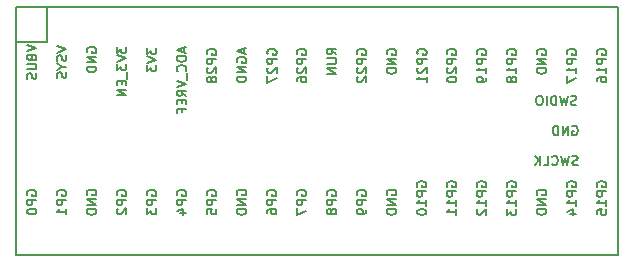
<source format=gbr>
%TF.GenerationSoftware,KiCad,Pcbnew,7.0.9*%
%TF.CreationDate,2024-01-23T15:09:08+05:30*%
%TF.ProjectId,3 Keypad,33204b65-7970-4616-942e-6b696361645f,rev?*%
%TF.SameCoordinates,Original*%
%TF.FileFunction,Legend,Bot*%
%TF.FilePolarity,Positive*%
%FSLAX46Y46*%
G04 Gerber Fmt 4.6, Leading zero omitted, Abs format (unit mm)*
G04 Created by KiCad (PCBNEW 7.0.9) date 2024-01-23 15:09:08*
%MOMM*%
%LPD*%
G01*
G04 APERTURE LIST*
%ADD10C,0.150000*%
%ADD11R,2.000000X2.000000*%
%ADD12C,2.000000*%
%ADD13R,3.200000X2.000000*%
%ADD14R,1.600000X1.600000*%
%ADD15O,1.600000X1.600000*%
%ADD16C,1.750000*%
%ADD17C,4.000000*%
%ADD18C,2.500000*%
%ADD19O,1.700000X1.700000*%
%ADD20R,1.700000X1.700000*%
G04 APERTURE END LIST*
D10*
X148955763Y-62993886D02*
X148917668Y-62917696D01*
X148917668Y-62917696D02*
X148917668Y-62803410D01*
X148917668Y-62803410D02*
X148955763Y-62689124D01*
X148955763Y-62689124D02*
X149031953Y-62612934D01*
X149031953Y-62612934D02*
X149108144Y-62574839D01*
X149108144Y-62574839D02*
X149260525Y-62536743D01*
X149260525Y-62536743D02*
X149374811Y-62536743D01*
X149374811Y-62536743D02*
X149527192Y-62574839D01*
X149527192Y-62574839D02*
X149603382Y-62612934D01*
X149603382Y-62612934D02*
X149679573Y-62689124D01*
X149679573Y-62689124D02*
X149717668Y-62803410D01*
X149717668Y-62803410D02*
X149717668Y-62879601D01*
X149717668Y-62879601D02*
X149679573Y-62993886D01*
X149679573Y-62993886D02*
X149641477Y-63031982D01*
X149641477Y-63031982D02*
X149374811Y-63031982D01*
X149374811Y-63031982D02*
X149374811Y-62879601D01*
X149717668Y-63374839D02*
X148917668Y-63374839D01*
X148917668Y-63374839D02*
X148917668Y-63679601D01*
X148917668Y-63679601D02*
X148955763Y-63755791D01*
X148955763Y-63755791D02*
X148993858Y-63793886D01*
X148993858Y-63793886D02*
X149070049Y-63831982D01*
X149070049Y-63831982D02*
X149184334Y-63831982D01*
X149184334Y-63831982D02*
X149260525Y-63793886D01*
X149260525Y-63793886D02*
X149298620Y-63755791D01*
X149298620Y-63755791D02*
X149336715Y-63679601D01*
X149336715Y-63679601D02*
X149336715Y-63374839D01*
X148993858Y-64136743D02*
X148955763Y-64174839D01*
X148955763Y-64174839D02*
X148917668Y-64251029D01*
X148917668Y-64251029D02*
X148917668Y-64441505D01*
X148917668Y-64441505D02*
X148955763Y-64517696D01*
X148955763Y-64517696D02*
X148993858Y-64555791D01*
X148993858Y-64555791D02*
X149070049Y-64593886D01*
X149070049Y-64593886D02*
X149146239Y-64593886D01*
X149146239Y-64593886D02*
X149260525Y-64555791D01*
X149260525Y-64555791D02*
X149717668Y-64098648D01*
X149717668Y-64098648D02*
X149717668Y-64593886D01*
X148917668Y-65279601D02*
X148917668Y-65127220D01*
X148917668Y-65127220D02*
X148955763Y-65051029D01*
X148955763Y-65051029D02*
X148993858Y-65012934D01*
X148993858Y-65012934D02*
X149108144Y-64936744D01*
X149108144Y-64936744D02*
X149260525Y-64898648D01*
X149260525Y-64898648D02*
X149565287Y-64898648D01*
X149565287Y-64898648D02*
X149641477Y-64936744D01*
X149641477Y-64936744D02*
X149679573Y-64974839D01*
X149679573Y-64974839D02*
X149717668Y-65051029D01*
X149717668Y-65051029D02*
X149717668Y-65203410D01*
X149717668Y-65203410D02*
X149679573Y-65279601D01*
X149679573Y-65279601D02*
X149641477Y-65317696D01*
X149641477Y-65317696D02*
X149565287Y-65355791D01*
X149565287Y-65355791D02*
X149374811Y-65355791D01*
X149374811Y-65355791D02*
X149298620Y-65317696D01*
X149298620Y-65317696D02*
X149260525Y-65279601D01*
X149260525Y-65279601D02*
X149222430Y-65203410D01*
X149222430Y-65203410D02*
X149222430Y-65051029D01*
X149222430Y-65051029D02*
X149260525Y-64974839D01*
X149260525Y-64974839D02*
X149298620Y-64936744D01*
X149298620Y-64936744D02*
X149374811Y-64898648D01*
X144409096Y-62536744D02*
X144409096Y-62917697D01*
X144637668Y-62460554D02*
X143837668Y-62727221D01*
X143837668Y-62727221D02*
X144637668Y-62993887D01*
X143875763Y-63679601D02*
X143837668Y-63603411D01*
X143837668Y-63603411D02*
X143837668Y-63489125D01*
X143837668Y-63489125D02*
X143875763Y-63374839D01*
X143875763Y-63374839D02*
X143951953Y-63298649D01*
X143951953Y-63298649D02*
X144028144Y-63260554D01*
X144028144Y-63260554D02*
X144180525Y-63222458D01*
X144180525Y-63222458D02*
X144294811Y-63222458D01*
X144294811Y-63222458D02*
X144447192Y-63260554D01*
X144447192Y-63260554D02*
X144523382Y-63298649D01*
X144523382Y-63298649D02*
X144599573Y-63374839D01*
X144599573Y-63374839D02*
X144637668Y-63489125D01*
X144637668Y-63489125D02*
X144637668Y-63565316D01*
X144637668Y-63565316D02*
X144599573Y-63679601D01*
X144599573Y-63679601D02*
X144561477Y-63717697D01*
X144561477Y-63717697D02*
X144294811Y-63717697D01*
X144294811Y-63717697D02*
X144294811Y-63565316D01*
X144637668Y-64060554D02*
X143837668Y-64060554D01*
X143837668Y-64060554D02*
X144637668Y-64517697D01*
X144637668Y-64517697D02*
X143837668Y-64517697D01*
X144637668Y-64898649D02*
X143837668Y-64898649D01*
X143837668Y-64898649D02*
X143837668Y-65089125D01*
X143837668Y-65089125D02*
X143875763Y-65203411D01*
X143875763Y-65203411D02*
X143951953Y-65279601D01*
X143951953Y-65279601D02*
X144028144Y-65317696D01*
X144028144Y-65317696D02*
X144180525Y-65355792D01*
X144180525Y-65355792D02*
X144294811Y-65355792D01*
X144294811Y-65355792D02*
X144447192Y-65317696D01*
X144447192Y-65317696D02*
X144523382Y-65279601D01*
X144523382Y-65279601D02*
X144599573Y-65203411D01*
X144599573Y-65203411D02*
X144637668Y-65089125D01*
X144637668Y-65089125D02*
X144637668Y-64898649D01*
X128625763Y-74954839D02*
X128587668Y-74878649D01*
X128587668Y-74878649D02*
X128587668Y-74764363D01*
X128587668Y-74764363D02*
X128625763Y-74650077D01*
X128625763Y-74650077D02*
X128701953Y-74573887D01*
X128701953Y-74573887D02*
X128778144Y-74535792D01*
X128778144Y-74535792D02*
X128930525Y-74497696D01*
X128930525Y-74497696D02*
X129044811Y-74497696D01*
X129044811Y-74497696D02*
X129197192Y-74535792D01*
X129197192Y-74535792D02*
X129273382Y-74573887D01*
X129273382Y-74573887D02*
X129349573Y-74650077D01*
X129349573Y-74650077D02*
X129387668Y-74764363D01*
X129387668Y-74764363D02*
X129387668Y-74840554D01*
X129387668Y-74840554D02*
X129349573Y-74954839D01*
X129349573Y-74954839D02*
X129311477Y-74992935D01*
X129311477Y-74992935D02*
X129044811Y-74992935D01*
X129044811Y-74992935D02*
X129044811Y-74840554D01*
X129387668Y-75335792D02*
X128587668Y-75335792D01*
X128587668Y-75335792D02*
X128587668Y-75640554D01*
X128587668Y-75640554D02*
X128625763Y-75716744D01*
X128625763Y-75716744D02*
X128663858Y-75754839D01*
X128663858Y-75754839D02*
X128740049Y-75792935D01*
X128740049Y-75792935D02*
X128854334Y-75792935D01*
X128854334Y-75792935D02*
X128930525Y-75754839D01*
X128930525Y-75754839D02*
X128968620Y-75716744D01*
X128968620Y-75716744D02*
X129006715Y-75640554D01*
X129006715Y-75640554D02*
X129006715Y-75335792D01*
X129387668Y-76554839D02*
X129387668Y-76097696D01*
X129387668Y-76326268D02*
X128587668Y-76326268D01*
X128587668Y-76326268D02*
X128701953Y-76250077D01*
X128701953Y-76250077D02*
X128778144Y-76173887D01*
X128778144Y-76173887D02*
X128816239Y-76097696D01*
X164195763Y-62993886D02*
X164157668Y-62917696D01*
X164157668Y-62917696D02*
X164157668Y-62803410D01*
X164157668Y-62803410D02*
X164195763Y-62689124D01*
X164195763Y-62689124D02*
X164271953Y-62612934D01*
X164271953Y-62612934D02*
X164348144Y-62574839D01*
X164348144Y-62574839D02*
X164500525Y-62536743D01*
X164500525Y-62536743D02*
X164614811Y-62536743D01*
X164614811Y-62536743D02*
X164767192Y-62574839D01*
X164767192Y-62574839D02*
X164843382Y-62612934D01*
X164843382Y-62612934D02*
X164919573Y-62689124D01*
X164919573Y-62689124D02*
X164957668Y-62803410D01*
X164957668Y-62803410D02*
X164957668Y-62879601D01*
X164957668Y-62879601D02*
X164919573Y-62993886D01*
X164919573Y-62993886D02*
X164881477Y-63031982D01*
X164881477Y-63031982D02*
X164614811Y-63031982D01*
X164614811Y-63031982D02*
X164614811Y-62879601D01*
X164957668Y-63374839D02*
X164157668Y-63374839D01*
X164157668Y-63374839D02*
X164157668Y-63679601D01*
X164157668Y-63679601D02*
X164195763Y-63755791D01*
X164195763Y-63755791D02*
X164233858Y-63793886D01*
X164233858Y-63793886D02*
X164310049Y-63831982D01*
X164310049Y-63831982D02*
X164424334Y-63831982D01*
X164424334Y-63831982D02*
X164500525Y-63793886D01*
X164500525Y-63793886D02*
X164538620Y-63755791D01*
X164538620Y-63755791D02*
X164576715Y-63679601D01*
X164576715Y-63679601D02*
X164576715Y-63374839D01*
X164957668Y-64593886D02*
X164957668Y-64136743D01*
X164957668Y-64365315D02*
X164157668Y-64365315D01*
X164157668Y-64365315D02*
X164271953Y-64289124D01*
X164271953Y-64289124D02*
X164348144Y-64212934D01*
X164348144Y-64212934D02*
X164386239Y-64136743D01*
X164957668Y-64974839D02*
X164957668Y-65127220D01*
X164957668Y-65127220D02*
X164919573Y-65203410D01*
X164919573Y-65203410D02*
X164881477Y-65241506D01*
X164881477Y-65241506D02*
X164767192Y-65317696D01*
X164767192Y-65317696D02*
X164614811Y-65355791D01*
X164614811Y-65355791D02*
X164310049Y-65355791D01*
X164310049Y-65355791D02*
X164233858Y-65317696D01*
X164233858Y-65317696D02*
X164195763Y-65279601D01*
X164195763Y-65279601D02*
X164157668Y-65203410D01*
X164157668Y-65203410D02*
X164157668Y-65051029D01*
X164157668Y-65051029D02*
X164195763Y-64974839D01*
X164195763Y-64974839D02*
X164233858Y-64936744D01*
X164233858Y-64936744D02*
X164310049Y-64898648D01*
X164310049Y-64898648D02*
X164500525Y-64898648D01*
X164500525Y-64898648D02*
X164576715Y-64936744D01*
X164576715Y-64936744D02*
X164614811Y-64974839D01*
X164614811Y-64974839D02*
X164652906Y-65051029D01*
X164652906Y-65051029D02*
X164652906Y-65203410D01*
X164652906Y-65203410D02*
X164614811Y-65279601D01*
X164614811Y-65279601D02*
X164576715Y-65317696D01*
X164576715Y-65317696D02*
X164500525Y-65355791D01*
X143875763Y-74916744D02*
X143837668Y-74840554D01*
X143837668Y-74840554D02*
X143837668Y-74726268D01*
X143837668Y-74726268D02*
X143875763Y-74611982D01*
X143875763Y-74611982D02*
X143951953Y-74535792D01*
X143951953Y-74535792D02*
X144028144Y-74497697D01*
X144028144Y-74497697D02*
X144180525Y-74459601D01*
X144180525Y-74459601D02*
X144294811Y-74459601D01*
X144294811Y-74459601D02*
X144447192Y-74497697D01*
X144447192Y-74497697D02*
X144523382Y-74535792D01*
X144523382Y-74535792D02*
X144599573Y-74611982D01*
X144599573Y-74611982D02*
X144637668Y-74726268D01*
X144637668Y-74726268D02*
X144637668Y-74802459D01*
X144637668Y-74802459D02*
X144599573Y-74916744D01*
X144599573Y-74916744D02*
X144561477Y-74954840D01*
X144561477Y-74954840D02*
X144294811Y-74954840D01*
X144294811Y-74954840D02*
X144294811Y-74802459D01*
X144637668Y-75297697D02*
X143837668Y-75297697D01*
X143837668Y-75297697D02*
X144637668Y-75754840D01*
X144637668Y-75754840D02*
X143837668Y-75754840D01*
X144637668Y-76135792D02*
X143837668Y-76135792D01*
X143837668Y-76135792D02*
X143837668Y-76326268D01*
X143837668Y-76326268D02*
X143875763Y-76440554D01*
X143875763Y-76440554D02*
X143951953Y-76516744D01*
X143951953Y-76516744D02*
X144028144Y-76554839D01*
X144028144Y-76554839D02*
X144180525Y-76592935D01*
X144180525Y-76592935D02*
X144294811Y-76592935D01*
X144294811Y-76592935D02*
X144447192Y-76554839D01*
X144447192Y-76554839D02*
X144523382Y-76516744D01*
X144523382Y-76516744D02*
X144599573Y-76440554D01*
X144599573Y-76440554D02*
X144637668Y-76326268D01*
X144637668Y-76326268D02*
X144637668Y-76135792D01*
X139329096Y-62453410D02*
X139329096Y-62834363D01*
X139557668Y-62377220D02*
X138757668Y-62643887D01*
X138757668Y-62643887D02*
X139557668Y-62910553D01*
X139557668Y-63177220D02*
X138757668Y-63177220D01*
X138757668Y-63177220D02*
X138757668Y-63367696D01*
X138757668Y-63367696D02*
X138795763Y-63481982D01*
X138795763Y-63481982D02*
X138871953Y-63558172D01*
X138871953Y-63558172D02*
X138948144Y-63596267D01*
X138948144Y-63596267D02*
X139100525Y-63634363D01*
X139100525Y-63634363D02*
X139214811Y-63634363D01*
X139214811Y-63634363D02*
X139367192Y-63596267D01*
X139367192Y-63596267D02*
X139443382Y-63558172D01*
X139443382Y-63558172D02*
X139519573Y-63481982D01*
X139519573Y-63481982D02*
X139557668Y-63367696D01*
X139557668Y-63367696D02*
X139557668Y-63177220D01*
X139481477Y-64434363D02*
X139519573Y-64396267D01*
X139519573Y-64396267D02*
X139557668Y-64281982D01*
X139557668Y-64281982D02*
X139557668Y-64205791D01*
X139557668Y-64205791D02*
X139519573Y-64091505D01*
X139519573Y-64091505D02*
X139443382Y-64015315D01*
X139443382Y-64015315D02*
X139367192Y-63977220D01*
X139367192Y-63977220D02*
X139214811Y-63939124D01*
X139214811Y-63939124D02*
X139100525Y-63939124D01*
X139100525Y-63939124D02*
X138948144Y-63977220D01*
X138948144Y-63977220D02*
X138871953Y-64015315D01*
X138871953Y-64015315D02*
X138795763Y-64091505D01*
X138795763Y-64091505D02*
X138757668Y-64205791D01*
X138757668Y-64205791D02*
X138757668Y-64281982D01*
X138757668Y-64281982D02*
X138795763Y-64396267D01*
X138795763Y-64396267D02*
X138833858Y-64434363D01*
X139633858Y-64586744D02*
X139633858Y-65196267D01*
X138757668Y-65272458D02*
X139557668Y-65539125D01*
X139557668Y-65539125D02*
X138757668Y-65805791D01*
X139557668Y-66529601D02*
X139176715Y-66262934D01*
X139557668Y-66072458D02*
X138757668Y-66072458D01*
X138757668Y-66072458D02*
X138757668Y-66377220D01*
X138757668Y-66377220D02*
X138795763Y-66453410D01*
X138795763Y-66453410D02*
X138833858Y-66491505D01*
X138833858Y-66491505D02*
X138910049Y-66529601D01*
X138910049Y-66529601D02*
X139024334Y-66529601D01*
X139024334Y-66529601D02*
X139100525Y-66491505D01*
X139100525Y-66491505D02*
X139138620Y-66453410D01*
X139138620Y-66453410D02*
X139176715Y-66377220D01*
X139176715Y-66377220D02*
X139176715Y-66072458D01*
X139138620Y-66872458D02*
X139138620Y-67139124D01*
X139557668Y-67253410D02*
X139557668Y-66872458D01*
X139557668Y-66872458D02*
X138757668Y-66872458D01*
X138757668Y-66872458D02*
X138757668Y-67253410D01*
X139138620Y-67862934D02*
X139138620Y-67596268D01*
X139557668Y-67596268D02*
X138757668Y-67596268D01*
X138757668Y-67596268D02*
X138757668Y-67977220D01*
X156575763Y-74916744D02*
X156537668Y-74840554D01*
X156537668Y-74840554D02*
X156537668Y-74726268D01*
X156537668Y-74726268D02*
X156575763Y-74611982D01*
X156575763Y-74611982D02*
X156651953Y-74535792D01*
X156651953Y-74535792D02*
X156728144Y-74497697D01*
X156728144Y-74497697D02*
X156880525Y-74459601D01*
X156880525Y-74459601D02*
X156994811Y-74459601D01*
X156994811Y-74459601D02*
X157147192Y-74497697D01*
X157147192Y-74497697D02*
X157223382Y-74535792D01*
X157223382Y-74535792D02*
X157299573Y-74611982D01*
X157299573Y-74611982D02*
X157337668Y-74726268D01*
X157337668Y-74726268D02*
X157337668Y-74802459D01*
X157337668Y-74802459D02*
X157299573Y-74916744D01*
X157299573Y-74916744D02*
X157261477Y-74954840D01*
X157261477Y-74954840D02*
X156994811Y-74954840D01*
X156994811Y-74954840D02*
X156994811Y-74802459D01*
X157337668Y-75297697D02*
X156537668Y-75297697D01*
X156537668Y-75297697D02*
X157337668Y-75754840D01*
X157337668Y-75754840D02*
X156537668Y-75754840D01*
X157337668Y-76135792D02*
X156537668Y-76135792D01*
X156537668Y-76135792D02*
X156537668Y-76326268D01*
X156537668Y-76326268D02*
X156575763Y-76440554D01*
X156575763Y-76440554D02*
X156651953Y-76516744D01*
X156651953Y-76516744D02*
X156728144Y-76554839D01*
X156728144Y-76554839D02*
X156880525Y-76592935D01*
X156880525Y-76592935D02*
X156994811Y-76592935D01*
X156994811Y-76592935D02*
X157147192Y-76554839D01*
X157147192Y-76554839D02*
X157223382Y-76516744D01*
X157223382Y-76516744D02*
X157299573Y-76440554D01*
X157299573Y-76440554D02*
X157337668Y-76326268D01*
X157337668Y-76326268D02*
X157337668Y-76135792D01*
X159125763Y-62993886D02*
X159087668Y-62917696D01*
X159087668Y-62917696D02*
X159087668Y-62803410D01*
X159087668Y-62803410D02*
X159125763Y-62689124D01*
X159125763Y-62689124D02*
X159201953Y-62612934D01*
X159201953Y-62612934D02*
X159278144Y-62574839D01*
X159278144Y-62574839D02*
X159430525Y-62536743D01*
X159430525Y-62536743D02*
X159544811Y-62536743D01*
X159544811Y-62536743D02*
X159697192Y-62574839D01*
X159697192Y-62574839D02*
X159773382Y-62612934D01*
X159773382Y-62612934D02*
X159849573Y-62689124D01*
X159849573Y-62689124D02*
X159887668Y-62803410D01*
X159887668Y-62803410D02*
X159887668Y-62879601D01*
X159887668Y-62879601D02*
X159849573Y-62993886D01*
X159849573Y-62993886D02*
X159811477Y-63031982D01*
X159811477Y-63031982D02*
X159544811Y-63031982D01*
X159544811Y-63031982D02*
X159544811Y-62879601D01*
X159887668Y-63374839D02*
X159087668Y-63374839D01*
X159087668Y-63374839D02*
X159087668Y-63679601D01*
X159087668Y-63679601D02*
X159125763Y-63755791D01*
X159125763Y-63755791D02*
X159163858Y-63793886D01*
X159163858Y-63793886D02*
X159240049Y-63831982D01*
X159240049Y-63831982D02*
X159354334Y-63831982D01*
X159354334Y-63831982D02*
X159430525Y-63793886D01*
X159430525Y-63793886D02*
X159468620Y-63755791D01*
X159468620Y-63755791D02*
X159506715Y-63679601D01*
X159506715Y-63679601D02*
X159506715Y-63374839D01*
X159163858Y-64136743D02*
X159125763Y-64174839D01*
X159125763Y-64174839D02*
X159087668Y-64251029D01*
X159087668Y-64251029D02*
X159087668Y-64441505D01*
X159087668Y-64441505D02*
X159125763Y-64517696D01*
X159125763Y-64517696D02*
X159163858Y-64555791D01*
X159163858Y-64555791D02*
X159240049Y-64593886D01*
X159240049Y-64593886D02*
X159316239Y-64593886D01*
X159316239Y-64593886D02*
X159430525Y-64555791D01*
X159430525Y-64555791D02*
X159887668Y-64098648D01*
X159887668Y-64098648D02*
X159887668Y-64593886D01*
X159887668Y-65355791D02*
X159887668Y-64898648D01*
X159887668Y-65127220D02*
X159087668Y-65127220D01*
X159087668Y-65127220D02*
X159201953Y-65051029D01*
X159201953Y-65051029D02*
X159278144Y-64974839D01*
X159278144Y-64974839D02*
X159316239Y-64898648D01*
X151495763Y-74954839D02*
X151457668Y-74878649D01*
X151457668Y-74878649D02*
X151457668Y-74764363D01*
X151457668Y-74764363D02*
X151495763Y-74650077D01*
X151495763Y-74650077D02*
X151571953Y-74573887D01*
X151571953Y-74573887D02*
X151648144Y-74535792D01*
X151648144Y-74535792D02*
X151800525Y-74497696D01*
X151800525Y-74497696D02*
X151914811Y-74497696D01*
X151914811Y-74497696D02*
X152067192Y-74535792D01*
X152067192Y-74535792D02*
X152143382Y-74573887D01*
X152143382Y-74573887D02*
X152219573Y-74650077D01*
X152219573Y-74650077D02*
X152257668Y-74764363D01*
X152257668Y-74764363D02*
X152257668Y-74840554D01*
X152257668Y-74840554D02*
X152219573Y-74954839D01*
X152219573Y-74954839D02*
X152181477Y-74992935D01*
X152181477Y-74992935D02*
X151914811Y-74992935D01*
X151914811Y-74992935D02*
X151914811Y-74840554D01*
X152257668Y-75335792D02*
X151457668Y-75335792D01*
X151457668Y-75335792D02*
X151457668Y-75640554D01*
X151457668Y-75640554D02*
X151495763Y-75716744D01*
X151495763Y-75716744D02*
X151533858Y-75754839D01*
X151533858Y-75754839D02*
X151610049Y-75792935D01*
X151610049Y-75792935D02*
X151724334Y-75792935D01*
X151724334Y-75792935D02*
X151800525Y-75754839D01*
X151800525Y-75754839D02*
X151838620Y-75716744D01*
X151838620Y-75716744D02*
X151876715Y-75640554D01*
X151876715Y-75640554D02*
X151876715Y-75335792D01*
X151800525Y-76250077D02*
X151762430Y-76173887D01*
X151762430Y-76173887D02*
X151724334Y-76135792D01*
X151724334Y-76135792D02*
X151648144Y-76097696D01*
X151648144Y-76097696D02*
X151610049Y-76097696D01*
X151610049Y-76097696D02*
X151533858Y-76135792D01*
X151533858Y-76135792D02*
X151495763Y-76173887D01*
X151495763Y-76173887D02*
X151457668Y-76250077D01*
X151457668Y-76250077D02*
X151457668Y-76402458D01*
X151457668Y-76402458D02*
X151495763Y-76478649D01*
X151495763Y-76478649D02*
X151533858Y-76516744D01*
X151533858Y-76516744D02*
X151610049Y-76554839D01*
X151610049Y-76554839D02*
X151648144Y-76554839D01*
X151648144Y-76554839D02*
X151724334Y-76516744D01*
X151724334Y-76516744D02*
X151762430Y-76478649D01*
X151762430Y-76478649D02*
X151800525Y-76402458D01*
X151800525Y-76402458D02*
X151800525Y-76250077D01*
X151800525Y-76250077D02*
X151838620Y-76173887D01*
X151838620Y-76173887D02*
X151876715Y-76135792D01*
X151876715Y-76135792D02*
X151952906Y-76097696D01*
X151952906Y-76097696D02*
X152105287Y-76097696D01*
X152105287Y-76097696D02*
X152181477Y-76135792D01*
X152181477Y-76135792D02*
X152219573Y-76173887D01*
X152219573Y-76173887D02*
X152257668Y-76250077D01*
X152257668Y-76250077D02*
X152257668Y-76402458D01*
X152257668Y-76402458D02*
X152219573Y-76478649D01*
X152219573Y-76478649D02*
X152181477Y-76516744D01*
X152181477Y-76516744D02*
X152105287Y-76554839D01*
X152105287Y-76554839D02*
X151952906Y-76554839D01*
X151952906Y-76554839D02*
X151876715Y-76516744D01*
X151876715Y-76516744D02*
X151838620Y-76478649D01*
X151838620Y-76478649D02*
X151800525Y-76402458D01*
X172684897Y-72350468D02*
X172570611Y-72388563D01*
X172570611Y-72388563D02*
X172380135Y-72388563D01*
X172380135Y-72388563D02*
X172303944Y-72350468D01*
X172303944Y-72350468D02*
X172265849Y-72312372D01*
X172265849Y-72312372D02*
X172227754Y-72236182D01*
X172227754Y-72236182D02*
X172227754Y-72159991D01*
X172227754Y-72159991D02*
X172265849Y-72083801D01*
X172265849Y-72083801D02*
X172303944Y-72045706D01*
X172303944Y-72045706D02*
X172380135Y-72007610D01*
X172380135Y-72007610D02*
X172532516Y-71969515D01*
X172532516Y-71969515D02*
X172608706Y-71931420D01*
X172608706Y-71931420D02*
X172646801Y-71893325D01*
X172646801Y-71893325D02*
X172684897Y-71817134D01*
X172684897Y-71817134D02*
X172684897Y-71740944D01*
X172684897Y-71740944D02*
X172646801Y-71664753D01*
X172646801Y-71664753D02*
X172608706Y-71626658D01*
X172608706Y-71626658D02*
X172532516Y-71588563D01*
X172532516Y-71588563D02*
X172342039Y-71588563D01*
X172342039Y-71588563D02*
X172227754Y-71626658D01*
X171961087Y-71588563D02*
X171770611Y-72388563D01*
X171770611Y-72388563D02*
X171618230Y-71817134D01*
X171618230Y-71817134D02*
X171465849Y-72388563D01*
X171465849Y-72388563D02*
X171275373Y-71588563D01*
X170513467Y-72312372D02*
X170551563Y-72350468D01*
X170551563Y-72350468D02*
X170665848Y-72388563D01*
X170665848Y-72388563D02*
X170742039Y-72388563D01*
X170742039Y-72388563D02*
X170856325Y-72350468D01*
X170856325Y-72350468D02*
X170932515Y-72274277D01*
X170932515Y-72274277D02*
X170970610Y-72198087D01*
X170970610Y-72198087D02*
X171008706Y-72045706D01*
X171008706Y-72045706D02*
X171008706Y-71931420D01*
X171008706Y-71931420D02*
X170970610Y-71779039D01*
X170970610Y-71779039D02*
X170932515Y-71702848D01*
X170932515Y-71702848D02*
X170856325Y-71626658D01*
X170856325Y-71626658D02*
X170742039Y-71588563D01*
X170742039Y-71588563D02*
X170665848Y-71588563D01*
X170665848Y-71588563D02*
X170551563Y-71626658D01*
X170551563Y-71626658D02*
X170513467Y-71664753D01*
X169789658Y-72388563D02*
X170170610Y-72388563D01*
X170170610Y-72388563D02*
X170170610Y-71588563D01*
X169522991Y-72388563D02*
X169522991Y-71588563D01*
X169065848Y-72388563D02*
X169408706Y-71931420D01*
X169065848Y-71588563D02*
X169522991Y-72045706D01*
X126057668Y-62229601D02*
X126857668Y-62496268D01*
X126857668Y-62496268D02*
X126057668Y-62762934D01*
X126438620Y-63296267D02*
X126476715Y-63410553D01*
X126476715Y-63410553D02*
X126514811Y-63448648D01*
X126514811Y-63448648D02*
X126591001Y-63486744D01*
X126591001Y-63486744D02*
X126705287Y-63486744D01*
X126705287Y-63486744D02*
X126781477Y-63448648D01*
X126781477Y-63448648D02*
X126819573Y-63410553D01*
X126819573Y-63410553D02*
X126857668Y-63334363D01*
X126857668Y-63334363D02*
X126857668Y-63029601D01*
X126857668Y-63029601D02*
X126057668Y-63029601D01*
X126057668Y-63029601D02*
X126057668Y-63296267D01*
X126057668Y-63296267D02*
X126095763Y-63372458D01*
X126095763Y-63372458D02*
X126133858Y-63410553D01*
X126133858Y-63410553D02*
X126210049Y-63448648D01*
X126210049Y-63448648D02*
X126286239Y-63448648D01*
X126286239Y-63448648D02*
X126362430Y-63410553D01*
X126362430Y-63410553D02*
X126400525Y-63372458D01*
X126400525Y-63372458D02*
X126438620Y-63296267D01*
X126438620Y-63296267D02*
X126438620Y-63029601D01*
X126057668Y-63829601D02*
X126705287Y-63829601D01*
X126705287Y-63829601D02*
X126781477Y-63867696D01*
X126781477Y-63867696D02*
X126819573Y-63905791D01*
X126819573Y-63905791D02*
X126857668Y-63981982D01*
X126857668Y-63981982D02*
X126857668Y-64134363D01*
X126857668Y-64134363D02*
X126819573Y-64210553D01*
X126819573Y-64210553D02*
X126781477Y-64248648D01*
X126781477Y-64248648D02*
X126705287Y-64286744D01*
X126705287Y-64286744D02*
X126057668Y-64286744D01*
X126819573Y-64629600D02*
X126857668Y-64743886D01*
X126857668Y-64743886D02*
X126857668Y-64934362D01*
X126857668Y-64934362D02*
X126819573Y-65010553D01*
X126819573Y-65010553D02*
X126781477Y-65048648D01*
X126781477Y-65048648D02*
X126705287Y-65086743D01*
X126705287Y-65086743D02*
X126629096Y-65086743D01*
X126629096Y-65086743D02*
X126552906Y-65048648D01*
X126552906Y-65048648D02*
X126514811Y-65010553D01*
X126514811Y-65010553D02*
X126476715Y-64934362D01*
X126476715Y-64934362D02*
X126438620Y-64781981D01*
X126438620Y-64781981D02*
X126400525Y-64705791D01*
X126400525Y-64705791D02*
X126362430Y-64667696D01*
X126362430Y-64667696D02*
X126286239Y-64629600D01*
X126286239Y-64629600D02*
X126210049Y-64629600D01*
X126210049Y-64629600D02*
X126133858Y-64667696D01*
X126133858Y-64667696D02*
X126095763Y-64705791D01*
X126095763Y-64705791D02*
X126057668Y-64781981D01*
X126057668Y-64781981D02*
X126057668Y-64972458D01*
X126057668Y-64972458D02*
X126095763Y-65086743D01*
X156575763Y-62986744D02*
X156537668Y-62910554D01*
X156537668Y-62910554D02*
X156537668Y-62796268D01*
X156537668Y-62796268D02*
X156575763Y-62681982D01*
X156575763Y-62681982D02*
X156651953Y-62605792D01*
X156651953Y-62605792D02*
X156728144Y-62567697D01*
X156728144Y-62567697D02*
X156880525Y-62529601D01*
X156880525Y-62529601D02*
X156994811Y-62529601D01*
X156994811Y-62529601D02*
X157147192Y-62567697D01*
X157147192Y-62567697D02*
X157223382Y-62605792D01*
X157223382Y-62605792D02*
X157299573Y-62681982D01*
X157299573Y-62681982D02*
X157337668Y-62796268D01*
X157337668Y-62796268D02*
X157337668Y-62872459D01*
X157337668Y-62872459D02*
X157299573Y-62986744D01*
X157299573Y-62986744D02*
X157261477Y-63024840D01*
X157261477Y-63024840D02*
X156994811Y-63024840D01*
X156994811Y-63024840D02*
X156994811Y-62872459D01*
X157337668Y-63367697D02*
X156537668Y-63367697D01*
X156537668Y-63367697D02*
X157337668Y-63824840D01*
X157337668Y-63824840D02*
X156537668Y-63824840D01*
X157337668Y-64205792D02*
X156537668Y-64205792D01*
X156537668Y-64205792D02*
X156537668Y-64396268D01*
X156537668Y-64396268D02*
X156575763Y-64510554D01*
X156575763Y-64510554D02*
X156651953Y-64586744D01*
X156651953Y-64586744D02*
X156728144Y-64624839D01*
X156728144Y-64624839D02*
X156880525Y-64662935D01*
X156880525Y-64662935D02*
X156994811Y-64662935D01*
X156994811Y-64662935D02*
X157147192Y-64624839D01*
X157147192Y-64624839D02*
X157223382Y-64586744D01*
X157223382Y-64586744D02*
X157299573Y-64510554D01*
X157299573Y-64510554D02*
X157337668Y-64396268D01*
X157337668Y-64396268D02*
X157337668Y-64205792D01*
X169275763Y-62986744D02*
X169237668Y-62910554D01*
X169237668Y-62910554D02*
X169237668Y-62796268D01*
X169237668Y-62796268D02*
X169275763Y-62681982D01*
X169275763Y-62681982D02*
X169351953Y-62605792D01*
X169351953Y-62605792D02*
X169428144Y-62567697D01*
X169428144Y-62567697D02*
X169580525Y-62529601D01*
X169580525Y-62529601D02*
X169694811Y-62529601D01*
X169694811Y-62529601D02*
X169847192Y-62567697D01*
X169847192Y-62567697D02*
X169923382Y-62605792D01*
X169923382Y-62605792D02*
X169999573Y-62681982D01*
X169999573Y-62681982D02*
X170037668Y-62796268D01*
X170037668Y-62796268D02*
X170037668Y-62872459D01*
X170037668Y-62872459D02*
X169999573Y-62986744D01*
X169999573Y-62986744D02*
X169961477Y-63024840D01*
X169961477Y-63024840D02*
X169694811Y-63024840D01*
X169694811Y-63024840D02*
X169694811Y-62872459D01*
X170037668Y-63367697D02*
X169237668Y-63367697D01*
X169237668Y-63367697D02*
X170037668Y-63824840D01*
X170037668Y-63824840D02*
X169237668Y-63824840D01*
X170037668Y-64205792D02*
X169237668Y-64205792D01*
X169237668Y-64205792D02*
X169237668Y-64396268D01*
X169237668Y-64396268D02*
X169275763Y-64510554D01*
X169275763Y-64510554D02*
X169351953Y-64586744D01*
X169351953Y-64586744D02*
X169428144Y-64624839D01*
X169428144Y-64624839D02*
X169580525Y-64662935D01*
X169580525Y-64662935D02*
X169694811Y-64662935D01*
X169694811Y-64662935D02*
X169847192Y-64624839D01*
X169847192Y-64624839D02*
X169923382Y-64586744D01*
X169923382Y-64586744D02*
X169999573Y-64510554D01*
X169999573Y-64510554D02*
X170037668Y-64396268D01*
X170037668Y-64396268D02*
X170037668Y-64205792D01*
X148925763Y-74954839D02*
X148887668Y-74878649D01*
X148887668Y-74878649D02*
X148887668Y-74764363D01*
X148887668Y-74764363D02*
X148925763Y-74650077D01*
X148925763Y-74650077D02*
X149001953Y-74573887D01*
X149001953Y-74573887D02*
X149078144Y-74535792D01*
X149078144Y-74535792D02*
X149230525Y-74497696D01*
X149230525Y-74497696D02*
X149344811Y-74497696D01*
X149344811Y-74497696D02*
X149497192Y-74535792D01*
X149497192Y-74535792D02*
X149573382Y-74573887D01*
X149573382Y-74573887D02*
X149649573Y-74650077D01*
X149649573Y-74650077D02*
X149687668Y-74764363D01*
X149687668Y-74764363D02*
X149687668Y-74840554D01*
X149687668Y-74840554D02*
X149649573Y-74954839D01*
X149649573Y-74954839D02*
X149611477Y-74992935D01*
X149611477Y-74992935D02*
X149344811Y-74992935D01*
X149344811Y-74992935D02*
X149344811Y-74840554D01*
X149687668Y-75335792D02*
X148887668Y-75335792D01*
X148887668Y-75335792D02*
X148887668Y-75640554D01*
X148887668Y-75640554D02*
X148925763Y-75716744D01*
X148925763Y-75716744D02*
X148963858Y-75754839D01*
X148963858Y-75754839D02*
X149040049Y-75792935D01*
X149040049Y-75792935D02*
X149154334Y-75792935D01*
X149154334Y-75792935D02*
X149230525Y-75754839D01*
X149230525Y-75754839D02*
X149268620Y-75716744D01*
X149268620Y-75716744D02*
X149306715Y-75640554D01*
X149306715Y-75640554D02*
X149306715Y-75335792D01*
X148887668Y-76059601D02*
X148887668Y-76592935D01*
X148887668Y-76592935D02*
X149687668Y-76250077D01*
X131175763Y-74916744D02*
X131137668Y-74840554D01*
X131137668Y-74840554D02*
X131137668Y-74726268D01*
X131137668Y-74726268D02*
X131175763Y-74611982D01*
X131175763Y-74611982D02*
X131251953Y-74535792D01*
X131251953Y-74535792D02*
X131328144Y-74497697D01*
X131328144Y-74497697D02*
X131480525Y-74459601D01*
X131480525Y-74459601D02*
X131594811Y-74459601D01*
X131594811Y-74459601D02*
X131747192Y-74497697D01*
X131747192Y-74497697D02*
X131823382Y-74535792D01*
X131823382Y-74535792D02*
X131899573Y-74611982D01*
X131899573Y-74611982D02*
X131937668Y-74726268D01*
X131937668Y-74726268D02*
X131937668Y-74802459D01*
X131937668Y-74802459D02*
X131899573Y-74916744D01*
X131899573Y-74916744D02*
X131861477Y-74954840D01*
X131861477Y-74954840D02*
X131594811Y-74954840D01*
X131594811Y-74954840D02*
X131594811Y-74802459D01*
X131937668Y-75297697D02*
X131137668Y-75297697D01*
X131137668Y-75297697D02*
X131937668Y-75754840D01*
X131937668Y-75754840D02*
X131137668Y-75754840D01*
X131937668Y-76135792D02*
X131137668Y-76135792D01*
X131137668Y-76135792D02*
X131137668Y-76326268D01*
X131137668Y-76326268D02*
X131175763Y-76440554D01*
X131175763Y-76440554D02*
X131251953Y-76516744D01*
X131251953Y-76516744D02*
X131328144Y-76554839D01*
X131328144Y-76554839D02*
X131480525Y-76592935D01*
X131480525Y-76592935D02*
X131594811Y-76592935D01*
X131594811Y-76592935D02*
X131747192Y-76554839D01*
X131747192Y-76554839D02*
X131823382Y-76516744D01*
X131823382Y-76516744D02*
X131899573Y-76440554D01*
X131899573Y-76440554D02*
X131937668Y-76326268D01*
X131937668Y-76326268D02*
X131937668Y-76135792D01*
X126095763Y-74954839D02*
X126057668Y-74878649D01*
X126057668Y-74878649D02*
X126057668Y-74764363D01*
X126057668Y-74764363D02*
X126095763Y-74650077D01*
X126095763Y-74650077D02*
X126171953Y-74573887D01*
X126171953Y-74573887D02*
X126248144Y-74535792D01*
X126248144Y-74535792D02*
X126400525Y-74497696D01*
X126400525Y-74497696D02*
X126514811Y-74497696D01*
X126514811Y-74497696D02*
X126667192Y-74535792D01*
X126667192Y-74535792D02*
X126743382Y-74573887D01*
X126743382Y-74573887D02*
X126819573Y-74650077D01*
X126819573Y-74650077D02*
X126857668Y-74764363D01*
X126857668Y-74764363D02*
X126857668Y-74840554D01*
X126857668Y-74840554D02*
X126819573Y-74954839D01*
X126819573Y-74954839D02*
X126781477Y-74992935D01*
X126781477Y-74992935D02*
X126514811Y-74992935D01*
X126514811Y-74992935D02*
X126514811Y-74840554D01*
X126857668Y-75335792D02*
X126057668Y-75335792D01*
X126057668Y-75335792D02*
X126057668Y-75640554D01*
X126057668Y-75640554D02*
X126095763Y-75716744D01*
X126095763Y-75716744D02*
X126133858Y-75754839D01*
X126133858Y-75754839D02*
X126210049Y-75792935D01*
X126210049Y-75792935D02*
X126324334Y-75792935D01*
X126324334Y-75792935D02*
X126400525Y-75754839D01*
X126400525Y-75754839D02*
X126438620Y-75716744D01*
X126438620Y-75716744D02*
X126476715Y-75640554D01*
X126476715Y-75640554D02*
X126476715Y-75335792D01*
X126057668Y-76288173D02*
X126057668Y-76364363D01*
X126057668Y-76364363D02*
X126095763Y-76440554D01*
X126095763Y-76440554D02*
X126133858Y-76478649D01*
X126133858Y-76478649D02*
X126210049Y-76516744D01*
X126210049Y-76516744D02*
X126362430Y-76554839D01*
X126362430Y-76554839D02*
X126552906Y-76554839D01*
X126552906Y-76554839D02*
X126705287Y-76516744D01*
X126705287Y-76516744D02*
X126781477Y-76478649D01*
X126781477Y-76478649D02*
X126819573Y-76440554D01*
X126819573Y-76440554D02*
X126857668Y-76364363D01*
X126857668Y-76364363D02*
X126857668Y-76288173D01*
X126857668Y-76288173D02*
X126819573Y-76211982D01*
X126819573Y-76211982D02*
X126781477Y-76173887D01*
X126781477Y-76173887D02*
X126705287Y-76135792D01*
X126705287Y-76135792D02*
X126552906Y-76097696D01*
X126552906Y-76097696D02*
X126362430Y-76097696D01*
X126362430Y-76097696D02*
X126210049Y-76135792D01*
X126210049Y-76135792D02*
X126133858Y-76173887D01*
X126133858Y-76173887D02*
X126095763Y-76211982D01*
X126095763Y-76211982D02*
X126057668Y-76288173D01*
X171815763Y-74223886D02*
X171777668Y-74147696D01*
X171777668Y-74147696D02*
X171777668Y-74033410D01*
X171777668Y-74033410D02*
X171815763Y-73919124D01*
X171815763Y-73919124D02*
X171891953Y-73842934D01*
X171891953Y-73842934D02*
X171968144Y-73804839D01*
X171968144Y-73804839D02*
X172120525Y-73766743D01*
X172120525Y-73766743D02*
X172234811Y-73766743D01*
X172234811Y-73766743D02*
X172387192Y-73804839D01*
X172387192Y-73804839D02*
X172463382Y-73842934D01*
X172463382Y-73842934D02*
X172539573Y-73919124D01*
X172539573Y-73919124D02*
X172577668Y-74033410D01*
X172577668Y-74033410D02*
X172577668Y-74109601D01*
X172577668Y-74109601D02*
X172539573Y-74223886D01*
X172539573Y-74223886D02*
X172501477Y-74261982D01*
X172501477Y-74261982D02*
X172234811Y-74261982D01*
X172234811Y-74261982D02*
X172234811Y-74109601D01*
X172577668Y-74604839D02*
X171777668Y-74604839D01*
X171777668Y-74604839D02*
X171777668Y-74909601D01*
X171777668Y-74909601D02*
X171815763Y-74985791D01*
X171815763Y-74985791D02*
X171853858Y-75023886D01*
X171853858Y-75023886D02*
X171930049Y-75061982D01*
X171930049Y-75061982D02*
X172044334Y-75061982D01*
X172044334Y-75061982D02*
X172120525Y-75023886D01*
X172120525Y-75023886D02*
X172158620Y-74985791D01*
X172158620Y-74985791D02*
X172196715Y-74909601D01*
X172196715Y-74909601D02*
X172196715Y-74604839D01*
X172577668Y-75823886D02*
X172577668Y-75366743D01*
X172577668Y-75595315D02*
X171777668Y-75595315D01*
X171777668Y-75595315D02*
X171891953Y-75519124D01*
X171891953Y-75519124D02*
X171968144Y-75442934D01*
X171968144Y-75442934D02*
X172006239Y-75366743D01*
X172044334Y-76509601D02*
X172577668Y-76509601D01*
X171739573Y-76319125D02*
X172311001Y-76128648D01*
X172311001Y-76128648D02*
X172311001Y-76623887D01*
X133715763Y-74954839D02*
X133677668Y-74878649D01*
X133677668Y-74878649D02*
X133677668Y-74764363D01*
X133677668Y-74764363D02*
X133715763Y-74650077D01*
X133715763Y-74650077D02*
X133791953Y-74573887D01*
X133791953Y-74573887D02*
X133868144Y-74535792D01*
X133868144Y-74535792D02*
X134020525Y-74497696D01*
X134020525Y-74497696D02*
X134134811Y-74497696D01*
X134134811Y-74497696D02*
X134287192Y-74535792D01*
X134287192Y-74535792D02*
X134363382Y-74573887D01*
X134363382Y-74573887D02*
X134439573Y-74650077D01*
X134439573Y-74650077D02*
X134477668Y-74764363D01*
X134477668Y-74764363D02*
X134477668Y-74840554D01*
X134477668Y-74840554D02*
X134439573Y-74954839D01*
X134439573Y-74954839D02*
X134401477Y-74992935D01*
X134401477Y-74992935D02*
X134134811Y-74992935D01*
X134134811Y-74992935D02*
X134134811Y-74840554D01*
X134477668Y-75335792D02*
X133677668Y-75335792D01*
X133677668Y-75335792D02*
X133677668Y-75640554D01*
X133677668Y-75640554D02*
X133715763Y-75716744D01*
X133715763Y-75716744D02*
X133753858Y-75754839D01*
X133753858Y-75754839D02*
X133830049Y-75792935D01*
X133830049Y-75792935D02*
X133944334Y-75792935D01*
X133944334Y-75792935D02*
X134020525Y-75754839D01*
X134020525Y-75754839D02*
X134058620Y-75716744D01*
X134058620Y-75716744D02*
X134096715Y-75640554D01*
X134096715Y-75640554D02*
X134096715Y-75335792D01*
X133753858Y-76097696D02*
X133715763Y-76135792D01*
X133715763Y-76135792D02*
X133677668Y-76211982D01*
X133677668Y-76211982D02*
X133677668Y-76402458D01*
X133677668Y-76402458D02*
X133715763Y-76478649D01*
X133715763Y-76478649D02*
X133753858Y-76516744D01*
X133753858Y-76516744D02*
X133830049Y-76554839D01*
X133830049Y-76554839D02*
X133906239Y-76554839D01*
X133906239Y-76554839D02*
X134020525Y-76516744D01*
X134020525Y-76516744D02*
X134477668Y-76059601D01*
X134477668Y-76059601D02*
X134477668Y-76554839D01*
X161655763Y-62993886D02*
X161617668Y-62917696D01*
X161617668Y-62917696D02*
X161617668Y-62803410D01*
X161617668Y-62803410D02*
X161655763Y-62689124D01*
X161655763Y-62689124D02*
X161731953Y-62612934D01*
X161731953Y-62612934D02*
X161808144Y-62574839D01*
X161808144Y-62574839D02*
X161960525Y-62536743D01*
X161960525Y-62536743D02*
X162074811Y-62536743D01*
X162074811Y-62536743D02*
X162227192Y-62574839D01*
X162227192Y-62574839D02*
X162303382Y-62612934D01*
X162303382Y-62612934D02*
X162379573Y-62689124D01*
X162379573Y-62689124D02*
X162417668Y-62803410D01*
X162417668Y-62803410D02*
X162417668Y-62879601D01*
X162417668Y-62879601D02*
X162379573Y-62993886D01*
X162379573Y-62993886D02*
X162341477Y-63031982D01*
X162341477Y-63031982D02*
X162074811Y-63031982D01*
X162074811Y-63031982D02*
X162074811Y-62879601D01*
X162417668Y-63374839D02*
X161617668Y-63374839D01*
X161617668Y-63374839D02*
X161617668Y-63679601D01*
X161617668Y-63679601D02*
X161655763Y-63755791D01*
X161655763Y-63755791D02*
X161693858Y-63793886D01*
X161693858Y-63793886D02*
X161770049Y-63831982D01*
X161770049Y-63831982D02*
X161884334Y-63831982D01*
X161884334Y-63831982D02*
X161960525Y-63793886D01*
X161960525Y-63793886D02*
X161998620Y-63755791D01*
X161998620Y-63755791D02*
X162036715Y-63679601D01*
X162036715Y-63679601D02*
X162036715Y-63374839D01*
X161693858Y-64136743D02*
X161655763Y-64174839D01*
X161655763Y-64174839D02*
X161617668Y-64251029D01*
X161617668Y-64251029D02*
X161617668Y-64441505D01*
X161617668Y-64441505D02*
X161655763Y-64517696D01*
X161655763Y-64517696D02*
X161693858Y-64555791D01*
X161693858Y-64555791D02*
X161770049Y-64593886D01*
X161770049Y-64593886D02*
X161846239Y-64593886D01*
X161846239Y-64593886D02*
X161960525Y-64555791D01*
X161960525Y-64555791D02*
X162417668Y-64098648D01*
X162417668Y-64098648D02*
X162417668Y-64593886D01*
X161617668Y-65089125D02*
X161617668Y-65165315D01*
X161617668Y-65165315D02*
X161655763Y-65241506D01*
X161655763Y-65241506D02*
X161693858Y-65279601D01*
X161693858Y-65279601D02*
X161770049Y-65317696D01*
X161770049Y-65317696D02*
X161922430Y-65355791D01*
X161922430Y-65355791D02*
X162112906Y-65355791D01*
X162112906Y-65355791D02*
X162265287Y-65317696D01*
X162265287Y-65317696D02*
X162341477Y-65279601D01*
X162341477Y-65279601D02*
X162379573Y-65241506D01*
X162379573Y-65241506D02*
X162417668Y-65165315D01*
X162417668Y-65165315D02*
X162417668Y-65089125D01*
X162417668Y-65089125D02*
X162379573Y-65012934D01*
X162379573Y-65012934D02*
X162341477Y-64974839D01*
X162341477Y-64974839D02*
X162265287Y-64936744D01*
X162265287Y-64936744D02*
X162112906Y-64898648D01*
X162112906Y-64898648D02*
X161922430Y-64898648D01*
X161922430Y-64898648D02*
X161770049Y-64936744D01*
X161770049Y-64936744D02*
X161693858Y-64974839D01*
X161693858Y-64974839D02*
X161655763Y-65012934D01*
X161655763Y-65012934D02*
X161617668Y-65089125D01*
X138795763Y-74954839D02*
X138757668Y-74878649D01*
X138757668Y-74878649D02*
X138757668Y-74764363D01*
X138757668Y-74764363D02*
X138795763Y-74650077D01*
X138795763Y-74650077D02*
X138871953Y-74573887D01*
X138871953Y-74573887D02*
X138948144Y-74535792D01*
X138948144Y-74535792D02*
X139100525Y-74497696D01*
X139100525Y-74497696D02*
X139214811Y-74497696D01*
X139214811Y-74497696D02*
X139367192Y-74535792D01*
X139367192Y-74535792D02*
X139443382Y-74573887D01*
X139443382Y-74573887D02*
X139519573Y-74650077D01*
X139519573Y-74650077D02*
X139557668Y-74764363D01*
X139557668Y-74764363D02*
X139557668Y-74840554D01*
X139557668Y-74840554D02*
X139519573Y-74954839D01*
X139519573Y-74954839D02*
X139481477Y-74992935D01*
X139481477Y-74992935D02*
X139214811Y-74992935D01*
X139214811Y-74992935D02*
X139214811Y-74840554D01*
X139557668Y-75335792D02*
X138757668Y-75335792D01*
X138757668Y-75335792D02*
X138757668Y-75640554D01*
X138757668Y-75640554D02*
X138795763Y-75716744D01*
X138795763Y-75716744D02*
X138833858Y-75754839D01*
X138833858Y-75754839D02*
X138910049Y-75792935D01*
X138910049Y-75792935D02*
X139024334Y-75792935D01*
X139024334Y-75792935D02*
X139100525Y-75754839D01*
X139100525Y-75754839D02*
X139138620Y-75716744D01*
X139138620Y-75716744D02*
X139176715Y-75640554D01*
X139176715Y-75640554D02*
X139176715Y-75335792D01*
X139024334Y-76478649D02*
X139557668Y-76478649D01*
X138719573Y-76288173D02*
X139291001Y-76097696D01*
X139291001Y-76097696D02*
X139291001Y-76592935D01*
X166735763Y-74223886D02*
X166697668Y-74147696D01*
X166697668Y-74147696D02*
X166697668Y-74033410D01*
X166697668Y-74033410D02*
X166735763Y-73919124D01*
X166735763Y-73919124D02*
X166811953Y-73842934D01*
X166811953Y-73842934D02*
X166888144Y-73804839D01*
X166888144Y-73804839D02*
X167040525Y-73766743D01*
X167040525Y-73766743D02*
X167154811Y-73766743D01*
X167154811Y-73766743D02*
X167307192Y-73804839D01*
X167307192Y-73804839D02*
X167383382Y-73842934D01*
X167383382Y-73842934D02*
X167459573Y-73919124D01*
X167459573Y-73919124D02*
X167497668Y-74033410D01*
X167497668Y-74033410D02*
X167497668Y-74109601D01*
X167497668Y-74109601D02*
X167459573Y-74223886D01*
X167459573Y-74223886D02*
X167421477Y-74261982D01*
X167421477Y-74261982D02*
X167154811Y-74261982D01*
X167154811Y-74261982D02*
X167154811Y-74109601D01*
X167497668Y-74604839D02*
X166697668Y-74604839D01*
X166697668Y-74604839D02*
X166697668Y-74909601D01*
X166697668Y-74909601D02*
X166735763Y-74985791D01*
X166735763Y-74985791D02*
X166773858Y-75023886D01*
X166773858Y-75023886D02*
X166850049Y-75061982D01*
X166850049Y-75061982D02*
X166964334Y-75061982D01*
X166964334Y-75061982D02*
X167040525Y-75023886D01*
X167040525Y-75023886D02*
X167078620Y-74985791D01*
X167078620Y-74985791D02*
X167116715Y-74909601D01*
X167116715Y-74909601D02*
X167116715Y-74604839D01*
X167497668Y-75823886D02*
X167497668Y-75366743D01*
X167497668Y-75595315D02*
X166697668Y-75595315D01*
X166697668Y-75595315D02*
X166811953Y-75519124D01*
X166811953Y-75519124D02*
X166888144Y-75442934D01*
X166888144Y-75442934D02*
X166926239Y-75366743D01*
X166697668Y-76090553D02*
X166697668Y-76585791D01*
X166697668Y-76585791D02*
X167002430Y-76319125D01*
X167002430Y-76319125D02*
X167002430Y-76433410D01*
X167002430Y-76433410D02*
X167040525Y-76509601D01*
X167040525Y-76509601D02*
X167078620Y-76547696D01*
X167078620Y-76547696D02*
X167154811Y-76585791D01*
X167154811Y-76585791D02*
X167345287Y-76585791D01*
X167345287Y-76585791D02*
X167421477Y-76547696D01*
X167421477Y-76547696D02*
X167459573Y-76509601D01*
X167459573Y-76509601D02*
X167497668Y-76433410D01*
X167497668Y-76433410D02*
X167497668Y-76204839D01*
X167497668Y-76204839D02*
X167459573Y-76128648D01*
X167459573Y-76128648D02*
X167421477Y-76090553D01*
X174355763Y-62993886D02*
X174317668Y-62917696D01*
X174317668Y-62917696D02*
X174317668Y-62803410D01*
X174317668Y-62803410D02*
X174355763Y-62689124D01*
X174355763Y-62689124D02*
X174431953Y-62612934D01*
X174431953Y-62612934D02*
X174508144Y-62574839D01*
X174508144Y-62574839D02*
X174660525Y-62536743D01*
X174660525Y-62536743D02*
X174774811Y-62536743D01*
X174774811Y-62536743D02*
X174927192Y-62574839D01*
X174927192Y-62574839D02*
X175003382Y-62612934D01*
X175003382Y-62612934D02*
X175079573Y-62689124D01*
X175079573Y-62689124D02*
X175117668Y-62803410D01*
X175117668Y-62803410D02*
X175117668Y-62879601D01*
X175117668Y-62879601D02*
X175079573Y-62993886D01*
X175079573Y-62993886D02*
X175041477Y-63031982D01*
X175041477Y-63031982D02*
X174774811Y-63031982D01*
X174774811Y-63031982D02*
X174774811Y-62879601D01*
X175117668Y-63374839D02*
X174317668Y-63374839D01*
X174317668Y-63374839D02*
X174317668Y-63679601D01*
X174317668Y-63679601D02*
X174355763Y-63755791D01*
X174355763Y-63755791D02*
X174393858Y-63793886D01*
X174393858Y-63793886D02*
X174470049Y-63831982D01*
X174470049Y-63831982D02*
X174584334Y-63831982D01*
X174584334Y-63831982D02*
X174660525Y-63793886D01*
X174660525Y-63793886D02*
X174698620Y-63755791D01*
X174698620Y-63755791D02*
X174736715Y-63679601D01*
X174736715Y-63679601D02*
X174736715Y-63374839D01*
X175117668Y-64593886D02*
X175117668Y-64136743D01*
X175117668Y-64365315D02*
X174317668Y-64365315D01*
X174317668Y-64365315D02*
X174431953Y-64289124D01*
X174431953Y-64289124D02*
X174508144Y-64212934D01*
X174508144Y-64212934D02*
X174546239Y-64136743D01*
X174317668Y-65279601D02*
X174317668Y-65127220D01*
X174317668Y-65127220D02*
X174355763Y-65051029D01*
X174355763Y-65051029D02*
X174393858Y-65012934D01*
X174393858Y-65012934D02*
X174508144Y-64936744D01*
X174508144Y-64936744D02*
X174660525Y-64898648D01*
X174660525Y-64898648D02*
X174965287Y-64898648D01*
X174965287Y-64898648D02*
X175041477Y-64936744D01*
X175041477Y-64936744D02*
X175079573Y-64974839D01*
X175079573Y-64974839D02*
X175117668Y-65051029D01*
X175117668Y-65051029D02*
X175117668Y-65203410D01*
X175117668Y-65203410D02*
X175079573Y-65279601D01*
X175079573Y-65279601D02*
X175041477Y-65317696D01*
X175041477Y-65317696D02*
X174965287Y-65355791D01*
X174965287Y-65355791D02*
X174774811Y-65355791D01*
X174774811Y-65355791D02*
X174698620Y-65317696D01*
X174698620Y-65317696D02*
X174660525Y-65279601D01*
X174660525Y-65279601D02*
X174622430Y-65203410D01*
X174622430Y-65203410D02*
X174622430Y-65051029D01*
X174622430Y-65051029D02*
X174660525Y-64974839D01*
X174660525Y-64974839D02*
X174698620Y-64936744D01*
X174698620Y-64936744D02*
X174774811Y-64898648D01*
X141335763Y-62993886D02*
X141297668Y-62917696D01*
X141297668Y-62917696D02*
X141297668Y-62803410D01*
X141297668Y-62803410D02*
X141335763Y-62689124D01*
X141335763Y-62689124D02*
X141411953Y-62612934D01*
X141411953Y-62612934D02*
X141488144Y-62574839D01*
X141488144Y-62574839D02*
X141640525Y-62536743D01*
X141640525Y-62536743D02*
X141754811Y-62536743D01*
X141754811Y-62536743D02*
X141907192Y-62574839D01*
X141907192Y-62574839D02*
X141983382Y-62612934D01*
X141983382Y-62612934D02*
X142059573Y-62689124D01*
X142059573Y-62689124D02*
X142097668Y-62803410D01*
X142097668Y-62803410D02*
X142097668Y-62879601D01*
X142097668Y-62879601D02*
X142059573Y-62993886D01*
X142059573Y-62993886D02*
X142021477Y-63031982D01*
X142021477Y-63031982D02*
X141754811Y-63031982D01*
X141754811Y-63031982D02*
X141754811Y-62879601D01*
X142097668Y-63374839D02*
X141297668Y-63374839D01*
X141297668Y-63374839D02*
X141297668Y-63679601D01*
X141297668Y-63679601D02*
X141335763Y-63755791D01*
X141335763Y-63755791D02*
X141373858Y-63793886D01*
X141373858Y-63793886D02*
X141450049Y-63831982D01*
X141450049Y-63831982D02*
X141564334Y-63831982D01*
X141564334Y-63831982D02*
X141640525Y-63793886D01*
X141640525Y-63793886D02*
X141678620Y-63755791D01*
X141678620Y-63755791D02*
X141716715Y-63679601D01*
X141716715Y-63679601D02*
X141716715Y-63374839D01*
X141373858Y-64136743D02*
X141335763Y-64174839D01*
X141335763Y-64174839D02*
X141297668Y-64251029D01*
X141297668Y-64251029D02*
X141297668Y-64441505D01*
X141297668Y-64441505D02*
X141335763Y-64517696D01*
X141335763Y-64517696D02*
X141373858Y-64555791D01*
X141373858Y-64555791D02*
X141450049Y-64593886D01*
X141450049Y-64593886D02*
X141526239Y-64593886D01*
X141526239Y-64593886D02*
X141640525Y-64555791D01*
X141640525Y-64555791D02*
X142097668Y-64098648D01*
X142097668Y-64098648D02*
X142097668Y-64593886D01*
X141640525Y-65051029D02*
X141602430Y-64974839D01*
X141602430Y-64974839D02*
X141564334Y-64936744D01*
X141564334Y-64936744D02*
X141488144Y-64898648D01*
X141488144Y-64898648D02*
X141450049Y-64898648D01*
X141450049Y-64898648D02*
X141373858Y-64936744D01*
X141373858Y-64936744D02*
X141335763Y-64974839D01*
X141335763Y-64974839D02*
X141297668Y-65051029D01*
X141297668Y-65051029D02*
X141297668Y-65203410D01*
X141297668Y-65203410D02*
X141335763Y-65279601D01*
X141335763Y-65279601D02*
X141373858Y-65317696D01*
X141373858Y-65317696D02*
X141450049Y-65355791D01*
X141450049Y-65355791D02*
X141488144Y-65355791D01*
X141488144Y-65355791D02*
X141564334Y-65317696D01*
X141564334Y-65317696D02*
X141602430Y-65279601D01*
X141602430Y-65279601D02*
X141640525Y-65203410D01*
X141640525Y-65203410D02*
X141640525Y-65051029D01*
X141640525Y-65051029D02*
X141678620Y-64974839D01*
X141678620Y-64974839D02*
X141716715Y-64936744D01*
X141716715Y-64936744D02*
X141792906Y-64898648D01*
X141792906Y-64898648D02*
X141945287Y-64898648D01*
X141945287Y-64898648D02*
X142021477Y-64936744D01*
X142021477Y-64936744D02*
X142059573Y-64974839D01*
X142059573Y-64974839D02*
X142097668Y-65051029D01*
X142097668Y-65051029D02*
X142097668Y-65203410D01*
X142097668Y-65203410D02*
X142059573Y-65279601D01*
X142059573Y-65279601D02*
X142021477Y-65317696D01*
X142021477Y-65317696D02*
X141945287Y-65355791D01*
X141945287Y-65355791D02*
X141792906Y-65355791D01*
X141792906Y-65355791D02*
X141716715Y-65317696D01*
X141716715Y-65317696D02*
X141678620Y-65279601D01*
X141678620Y-65279601D02*
X141640525Y-65203410D01*
X146425763Y-62993886D02*
X146387668Y-62917696D01*
X146387668Y-62917696D02*
X146387668Y-62803410D01*
X146387668Y-62803410D02*
X146425763Y-62689124D01*
X146425763Y-62689124D02*
X146501953Y-62612934D01*
X146501953Y-62612934D02*
X146578144Y-62574839D01*
X146578144Y-62574839D02*
X146730525Y-62536743D01*
X146730525Y-62536743D02*
X146844811Y-62536743D01*
X146844811Y-62536743D02*
X146997192Y-62574839D01*
X146997192Y-62574839D02*
X147073382Y-62612934D01*
X147073382Y-62612934D02*
X147149573Y-62689124D01*
X147149573Y-62689124D02*
X147187668Y-62803410D01*
X147187668Y-62803410D02*
X147187668Y-62879601D01*
X147187668Y-62879601D02*
X147149573Y-62993886D01*
X147149573Y-62993886D02*
X147111477Y-63031982D01*
X147111477Y-63031982D02*
X146844811Y-63031982D01*
X146844811Y-63031982D02*
X146844811Y-62879601D01*
X147187668Y-63374839D02*
X146387668Y-63374839D01*
X146387668Y-63374839D02*
X146387668Y-63679601D01*
X146387668Y-63679601D02*
X146425763Y-63755791D01*
X146425763Y-63755791D02*
X146463858Y-63793886D01*
X146463858Y-63793886D02*
X146540049Y-63831982D01*
X146540049Y-63831982D02*
X146654334Y-63831982D01*
X146654334Y-63831982D02*
X146730525Y-63793886D01*
X146730525Y-63793886D02*
X146768620Y-63755791D01*
X146768620Y-63755791D02*
X146806715Y-63679601D01*
X146806715Y-63679601D02*
X146806715Y-63374839D01*
X146463858Y-64136743D02*
X146425763Y-64174839D01*
X146425763Y-64174839D02*
X146387668Y-64251029D01*
X146387668Y-64251029D02*
X146387668Y-64441505D01*
X146387668Y-64441505D02*
X146425763Y-64517696D01*
X146425763Y-64517696D02*
X146463858Y-64555791D01*
X146463858Y-64555791D02*
X146540049Y-64593886D01*
X146540049Y-64593886D02*
X146616239Y-64593886D01*
X146616239Y-64593886D02*
X146730525Y-64555791D01*
X146730525Y-64555791D02*
X147187668Y-64098648D01*
X147187668Y-64098648D02*
X147187668Y-64593886D01*
X146387668Y-64860553D02*
X146387668Y-65393887D01*
X146387668Y-65393887D02*
X147187668Y-65051029D01*
X152257668Y-63005792D02*
X151876715Y-62739125D01*
X152257668Y-62548649D02*
X151457668Y-62548649D01*
X151457668Y-62548649D02*
X151457668Y-62853411D01*
X151457668Y-62853411D02*
X151495763Y-62929601D01*
X151495763Y-62929601D02*
X151533858Y-62967696D01*
X151533858Y-62967696D02*
X151610049Y-63005792D01*
X151610049Y-63005792D02*
X151724334Y-63005792D01*
X151724334Y-63005792D02*
X151800525Y-62967696D01*
X151800525Y-62967696D02*
X151838620Y-62929601D01*
X151838620Y-62929601D02*
X151876715Y-62853411D01*
X151876715Y-62853411D02*
X151876715Y-62548649D01*
X151457668Y-63348649D02*
X152105287Y-63348649D01*
X152105287Y-63348649D02*
X152181477Y-63386744D01*
X152181477Y-63386744D02*
X152219573Y-63424839D01*
X152219573Y-63424839D02*
X152257668Y-63501030D01*
X152257668Y-63501030D02*
X152257668Y-63653411D01*
X152257668Y-63653411D02*
X152219573Y-63729601D01*
X152219573Y-63729601D02*
X152181477Y-63767696D01*
X152181477Y-63767696D02*
X152105287Y-63805792D01*
X152105287Y-63805792D02*
X151457668Y-63805792D01*
X152257668Y-64186744D02*
X151457668Y-64186744D01*
X151457668Y-64186744D02*
X152257668Y-64643887D01*
X152257668Y-64643887D02*
X151457668Y-64643887D01*
X166735763Y-62993886D02*
X166697668Y-62917696D01*
X166697668Y-62917696D02*
X166697668Y-62803410D01*
X166697668Y-62803410D02*
X166735763Y-62689124D01*
X166735763Y-62689124D02*
X166811953Y-62612934D01*
X166811953Y-62612934D02*
X166888144Y-62574839D01*
X166888144Y-62574839D02*
X167040525Y-62536743D01*
X167040525Y-62536743D02*
X167154811Y-62536743D01*
X167154811Y-62536743D02*
X167307192Y-62574839D01*
X167307192Y-62574839D02*
X167383382Y-62612934D01*
X167383382Y-62612934D02*
X167459573Y-62689124D01*
X167459573Y-62689124D02*
X167497668Y-62803410D01*
X167497668Y-62803410D02*
X167497668Y-62879601D01*
X167497668Y-62879601D02*
X167459573Y-62993886D01*
X167459573Y-62993886D02*
X167421477Y-63031982D01*
X167421477Y-63031982D02*
X167154811Y-63031982D01*
X167154811Y-63031982D02*
X167154811Y-62879601D01*
X167497668Y-63374839D02*
X166697668Y-63374839D01*
X166697668Y-63374839D02*
X166697668Y-63679601D01*
X166697668Y-63679601D02*
X166735763Y-63755791D01*
X166735763Y-63755791D02*
X166773858Y-63793886D01*
X166773858Y-63793886D02*
X166850049Y-63831982D01*
X166850049Y-63831982D02*
X166964334Y-63831982D01*
X166964334Y-63831982D02*
X167040525Y-63793886D01*
X167040525Y-63793886D02*
X167078620Y-63755791D01*
X167078620Y-63755791D02*
X167116715Y-63679601D01*
X167116715Y-63679601D02*
X167116715Y-63374839D01*
X167497668Y-64593886D02*
X167497668Y-64136743D01*
X167497668Y-64365315D02*
X166697668Y-64365315D01*
X166697668Y-64365315D02*
X166811953Y-64289124D01*
X166811953Y-64289124D02*
X166888144Y-64212934D01*
X166888144Y-64212934D02*
X166926239Y-64136743D01*
X167040525Y-65051029D02*
X167002430Y-64974839D01*
X167002430Y-64974839D02*
X166964334Y-64936744D01*
X166964334Y-64936744D02*
X166888144Y-64898648D01*
X166888144Y-64898648D02*
X166850049Y-64898648D01*
X166850049Y-64898648D02*
X166773858Y-64936744D01*
X166773858Y-64936744D02*
X166735763Y-64974839D01*
X166735763Y-64974839D02*
X166697668Y-65051029D01*
X166697668Y-65051029D02*
X166697668Y-65203410D01*
X166697668Y-65203410D02*
X166735763Y-65279601D01*
X166735763Y-65279601D02*
X166773858Y-65317696D01*
X166773858Y-65317696D02*
X166850049Y-65355791D01*
X166850049Y-65355791D02*
X166888144Y-65355791D01*
X166888144Y-65355791D02*
X166964334Y-65317696D01*
X166964334Y-65317696D02*
X167002430Y-65279601D01*
X167002430Y-65279601D02*
X167040525Y-65203410D01*
X167040525Y-65203410D02*
X167040525Y-65051029D01*
X167040525Y-65051029D02*
X167078620Y-64974839D01*
X167078620Y-64974839D02*
X167116715Y-64936744D01*
X167116715Y-64936744D02*
X167192906Y-64898648D01*
X167192906Y-64898648D02*
X167345287Y-64898648D01*
X167345287Y-64898648D02*
X167421477Y-64936744D01*
X167421477Y-64936744D02*
X167459573Y-64974839D01*
X167459573Y-64974839D02*
X167497668Y-65051029D01*
X167497668Y-65051029D02*
X167497668Y-65203410D01*
X167497668Y-65203410D02*
X167459573Y-65279601D01*
X167459573Y-65279601D02*
X167421477Y-65317696D01*
X167421477Y-65317696D02*
X167345287Y-65355791D01*
X167345287Y-65355791D02*
X167192906Y-65355791D01*
X167192906Y-65355791D02*
X167116715Y-65317696D01*
X167116715Y-65317696D02*
X167078620Y-65279601D01*
X167078620Y-65279601D02*
X167040525Y-65203410D01*
X154035763Y-62993886D02*
X153997668Y-62917696D01*
X153997668Y-62917696D02*
X153997668Y-62803410D01*
X153997668Y-62803410D02*
X154035763Y-62689124D01*
X154035763Y-62689124D02*
X154111953Y-62612934D01*
X154111953Y-62612934D02*
X154188144Y-62574839D01*
X154188144Y-62574839D02*
X154340525Y-62536743D01*
X154340525Y-62536743D02*
X154454811Y-62536743D01*
X154454811Y-62536743D02*
X154607192Y-62574839D01*
X154607192Y-62574839D02*
X154683382Y-62612934D01*
X154683382Y-62612934D02*
X154759573Y-62689124D01*
X154759573Y-62689124D02*
X154797668Y-62803410D01*
X154797668Y-62803410D02*
X154797668Y-62879601D01*
X154797668Y-62879601D02*
X154759573Y-62993886D01*
X154759573Y-62993886D02*
X154721477Y-63031982D01*
X154721477Y-63031982D02*
X154454811Y-63031982D01*
X154454811Y-63031982D02*
X154454811Y-62879601D01*
X154797668Y-63374839D02*
X153997668Y-63374839D01*
X153997668Y-63374839D02*
X153997668Y-63679601D01*
X153997668Y-63679601D02*
X154035763Y-63755791D01*
X154035763Y-63755791D02*
X154073858Y-63793886D01*
X154073858Y-63793886D02*
X154150049Y-63831982D01*
X154150049Y-63831982D02*
X154264334Y-63831982D01*
X154264334Y-63831982D02*
X154340525Y-63793886D01*
X154340525Y-63793886D02*
X154378620Y-63755791D01*
X154378620Y-63755791D02*
X154416715Y-63679601D01*
X154416715Y-63679601D02*
X154416715Y-63374839D01*
X154073858Y-64136743D02*
X154035763Y-64174839D01*
X154035763Y-64174839D02*
X153997668Y-64251029D01*
X153997668Y-64251029D02*
X153997668Y-64441505D01*
X153997668Y-64441505D02*
X154035763Y-64517696D01*
X154035763Y-64517696D02*
X154073858Y-64555791D01*
X154073858Y-64555791D02*
X154150049Y-64593886D01*
X154150049Y-64593886D02*
X154226239Y-64593886D01*
X154226239Y-64593886D02*
X154340525Y-64555791D01*
X154340525Y-64555791D02*
X154797668Y-64098648D01*
X154797668Y-64098648D02*
X154797668Y-64593886D01*
X154073858Y-64898648D02*
X154035763Y-64936744D01*
X154035763Y-64936744D02*
X153997668Y-65012934D01*
X153997668Y-65012934D02*
X153997668Y-65203410D01*
X153997668Y-65203410D02*
X154035763Y-65279601D01*
X154035763Y-65279601D02*
X154073858Y-65317696D01*
X154073858Y-65317696D02*
X154150049Y-65355791D01*
X154150049Y-65355791D02*
X154226239Y-65355791D01*
X154226239Y-65355791D02*
X154340525Y-65317696D01*
X154340525Y-65317696D02*
X154797668Y-64860553D01*
X154797668Y-64860553D02*
X154797668Y-65355791D01*
X174355763Y-74223886D02*
X174317668Y-74147696D01*
X174317668Y-74147696D02*
X174317668Y-74033410D01*
X174317668Y-74033410D02*
X174355763Y-73919124D01*
X174355763Y-73919124D02*
X174431953Y-73842934D01*
X174431953Y-73842934D02*
X174508144Y-73804839D01*
X174508144Y-73804839D02*
X174660525Y-73766743D01*
X174660525Y-73766743D02*
X174774811Y-73766743D01*
X174774811Y-73766743D02*
X174927192Y-73804839D01*
X174927192Y-73804839D02*
X175003382Y-73842934D01*
X175003382Y-73842934D02*
X175079573Y-73919124D01*
X175079573Y-73919124D02*
X175117668Y-74033410D01*
X175117668Y-74033410D02*
X175117668Y-74109601D01*
X175117668Y-74109601D02*
X175079573Y-74223886D01*
X175079573Y-74223886D02*
X175041477Y-74261982D01*
X175041477Y-74261982D02*
X174774811Y-74261982D01*
X174774811Y-74261982D02*
X174774811Y-74109601D01*
X175117668Y-74604839D02*
X174317668Y-74604839D01*
X174317668Y-74604839D02*
X174317668Y-74909601D01*
X174317668Y-74909601D02*
X174355763Y-74985791D01*
X174355763Y-74985791D02*
X174393858Y-75023886D01*
X174393858Y-75023886D02*
X174470049Y-75061982D01*
X174470049Y-75061982D02*
X174584334Y-75061982D01*
X174584334Y-75061982D02*
X174660525Y-75023886D01*
X174660525Y-75023886D02*
X174698620Y-74985791D01*
X174698620Y-74985791D02*
X174736715Y-74909601D01*
X174736715Y-74909601D02*
X174736715Y-74604839D01*
X175117668Y-75823886D02*
X175117668Y-75366743D01*
X175117668Y-75595315D02*
X174317668Y-75595315D01*
X174317668Y-75595315D02*
X174431953Y-75519124D01*
X174431953Y-75519124D02*
X174508144Y-75442934D01*
X174508144Y-75442934D02*
X174546239Y-75366743D01*
X174317668Y-76547696D02*
X174317668Y-76166744D01*
X174317668Y-76166744D02*
X174698620Y-76128648D01*
X174698620Y-76128648D02*
X174660525Y-76166744D01*
X174660525Y-76166744D02*
X174622430Y-76242934D01*
X174622430Y-76242934D02*
X174622430Y-76433410D01*
X174622430Y-76433410D02*
X174660525Y-76509601D01*
X174660525Y-76509601D02*
X174698620Y-76547696D01*
X174698620Y-76547696D02*
X174774811Y-76585791D01*
X174774811Y-76585791D02*
X174965287Y-76585791D01*
X174965287Y-76585791D02*
X175041477Y-76547696D01*
X175041477Y-76547696D02*
X175079573Y-76509601D01*
X175079573Y-76509601D02*
X175117668Y-76433410D01*
X175117668Y-76433410D02*
X175117668Y-76242934D01*
X175117668Y-76242934D02*
X175079573Y-76166744D01*
X175079573Y-76166744D02*
X175041477Y-76128648D01*
X136217668Y-62455791D02*
X136217668Y-62951029D01*
X136217668Y-62951029D02*
X136522430Y-62684363D01*
X136522430Y-62684363D02*
X136522430Y-62798648D01*
X136522430Y-62798648D02*
X136560525Y-62874839D01*
X136560525Y-62874839D02*
X136598620Y-62912934D01*
X136598620Y-62912934D02*
X136674811Y-62951029D01*
X136674811Y-62951029D02*
X136865287Y-62951029D01*
X136865287Y-62951029D02*
X136941477Y-62912934D01*
X136941477Y-62912934D02*
X136979573Y-62874839D01*
X136979573Y-62874839D02*
X137017668Y-62798648D01*
X137017668Y-62798648D02*
X137017668Y-62570077D01*
X137017668Y-62570077D02*
X136979573Y-62493886D01*
X136979573Y-62493886D02*
X136941477Y-62455791D01*
X136217668Y-63179601D02*
X137017668Y-63446268D01*
X137017668Y-63446268D02*
X136217668Y-63712934D01*
X136217668Y-63903410D02*
X136217668Y-64398648D01*
X136217668Y-64398648D02*
X136522430Y-64131982D01*
X136522430Y-64131982D02*
X136522430Y-64246267D01*
X136522430Y-64246267D02*
X136560525Y-64322458D01*
X136560525Y-64322458D02*
X136598620Y-64360553D01*
X136598620Y-64360553D02*
X136674811Y-64398648D01*
X136674811Y-64398648D02*
X136865287Y-64398648D01*
X136865287Y-64398648D02*
X136941477Y-64360553D01*
X136941477Y-64360553D02*
X136979573Y-64322458D01*
X136979573Y-64322458D02*
X137017668Y-64246267D01*
X137017668Y-64246267D02*
X137017668Y-64017696D01*
X137017668Y-64017696D02*
X136979573Y-63941505D01*
X136979573Y-63941505D02*
X136941477Y-63903410D01*
X136255763Y-74954839D02*
X136217668Y-74878649D01*
X136217668Y-74878649D02*
X136217668Y-74764363D01*
X136217668Y-74764363D02*
X136255763Y-74650077D01*
X136255763Y-74650077D02*
X136331953Y-74573887D01*
X136331953Y-74573887D02*
X136408144Y-74535792D01*
X136408144Y-74535792D02*
X136560525Y-74497696D01*
X136560525Y-74497696D02*
X136674811Y-74497696D01*
X136674811Y-74497696D02*
X136827192Y-74535792D01*
X136827192Y-74535792D02*
X136903382Y-74573887D01*
X136903382Y-74573887D02*
X136979573Y-74650077D01*
X136979573Y-74650077D02*
X137017668Y-74764363D01*
X137017668Y-74764363D02*
X137017668Y-74840554D01*
X137017668Y-74840554D02*
X136979573Y-74954839D01*
X136979573Y-74954839D02*
X136941477Y-74992935D01*
X136941477Y-74992935D02*
X136674811Y-74992935D01*
X136674811Y-74992935D02*
X136674811Y-74840554D01*
X137017668Y-75335792D02*
X136217668Y-75335792D01*
X136217668Y-75335792D02*
X136217668Y-75640554D01*
X136217668Y-75640554D02*
X136255763Y-75716744D01*
X136255763Y-75716744D02*
X136293858Y-75754839D01*
X136293858Y-75754839D02*
X136370049Y-75792935D01*
X136370049Y-75792935D02*
X136484334Y-75792935D01*
X136484334Y-75792935D02*
X136560525Y-75754839D01*
X136560525Y-75754839D02*
X136598620Y-75716744D01*
X136598620Y-75716744D02*
X136636715Y-75640554D01*
X136636715Y-75640554D02*
X136636715Y-75335792D01*
X136217668Y-76059601D02*
X136217668Y-76554839D01*
X136217668Y-76554839D02*
X136522430Y-76288173D01*
X136522430Y-76288173D02*
X136522430Y-76402458D01*
X136522430Y-76402458D02*
X136560525Y-76478649D01*
X136560525Y-76478649D02*
X136598620Y-76516744D01*
X136598620Y-76516744D02*
X136674811Y-76554839D01*
X136674811Y-76554839D02*
X136865287Y-76554839D01*
X136865287Y-76554839D02*
X136941477Y-76516744D01*
X136941477Y-76516744D02*
X136979573Y-76478649D01*
X136979573Y-76478649D02*
X137017668Y-76402458D01*
X137017668Y-76402458D02*
X137017668Y-76173887D01*
X137017668Y-76173887D02*
X136979573Y-76097696D01*
X136979573Y-76097696D02*
X136941477Y-76059601D01*
X128597668Y-62324839D02*
X129397668Y-62591506D01*
X129397668Y-62591506D02*
X128597668Y-62858172D01*
X129359573Y-63086743D02*
X129397668Y-63201029D01*
X129397668Y-63201029D02*
X129397668Y-63391505D01*
X129397668Y-63391505D02*
X129359573Y-63467696D01*
X129359573Y-63467696D02*
X129321477Y-63505791D01*
X129321477Y-63505791D02*
X129245287Y-63543886D01*
X129245287Y-63543886D02*
X129169096Y-63543886D01*
X129169096Y-63543886D02*
X129092906Y-63505791D01*
X129092906Y-63505791D02*
X129054811Y-63467696D01*
X129054811Y-63467696D02*
X129016715Y-63391505D01*
X129016715Y-63391505D02*
X128978620Y-63239124D01*
X128978620Y-63239124D02*
X128940525Y-63162934D01*
X128940525Y-63162934D02*
X128902430Y-63124839D01*
X128902430Y-63124839D02*
X128826239Y-63086743D01*
X128826239Y-63086743D02*
X128750049Y-63086743D01*
X128750049Y-63086743D02*
X128673858Y-63124839D01*
X128673858Y-63124839D02*
X128635763Y-63162934D01*
X128635763Y-63162934D02*
X128597668Y-63239124D01*
X128597668Y-63239124D02*
X128597668Y-63429601D01*
X128597668Y-63429601D02*
X128635763Y-63543886D01*
X129016715Y-64039125D02*
X129397668Y-64039125D01*
X128597668Y-63772458D02*
X129016715Y-64039125D01*
X129016715Y-64039125D02*
X128597668Y-64305791D01*
X129359573Y-64534362D02*
X129397668Y-64648648D01*
X129397668Y-64648648D02*
X129397668Y-64839124D01*
X129397668Y-64839124D02*
X129359573Y-64915315D01*
X129359573Y-64915315D02*
X129321477Y-64953410D01*
X129321477Y-64953410D02*
X129245287Y-64991505D01*
X129245287Y-64991505D02*
X129169096Y-64991505D01*
X129169096Y-64991505D02*
X129092906Y-64953410D01*
X129092906Y-64953410D02*
X129054811Y-64915315D01*
X129054811Y-64915315D02*
X129016715Y-64839124D01*
X129016715Y-64839124D02*
X128978620Y-64686743D01*
X128978620Y-64686743D02*
X128940525Y-64610553D01*
X128940525Y-64610553D02*
X128902430Y-64572458D01*
X128902430Y-64572458D02*
X128826239Y-64534362D01*
X128826239Y-64534362D02*
X128750049Y-64534362D01*
X128750049Y-64534362D02*
X128673858Y-64572458D01*
X128673858Y-64572458D02*
X128635763Y-64610553D01*
X128635763Y-64610553D02*
X128597668Y-64686743D01*
X128597668Y-64686743D02*
X128597668Y-64877220D01*
X128597668Y-64877220D02*
X128635763Y-64991505D01*
X141335763Y-74954839D02*
X141297668Y-74878649D01*
X141297668Y-74878649D02*
X141297668Y-74764363D01*
X141297668Y-74764363D02*
X141335763Y-74650077D01*
X141335763Y-74650077D02*
X141411953Y-74573887D01*
X141411953Y-74573887D02*
X141488144Y-74535792D01*
X141488144Y-74535792D02*
X141640525Y-74497696D01*
X141640525Y-74497696D02*
X141754811Y-74497696D01*
X141754811Y-74497696D02*
X141907192Y-74535792D01*
X141907192Y-74535792D02*
X141983382Y-74573887D01*
X141983382Y-74573887D02*
X142059573Y-74650077D01*
X142059573Y-74650077D02*
X142097668Y-74764363D01*
X142097668Y-74764363D02*
X142097668Y-74840554D01*
X142097668Y-74840554D02*
X142059573Y-74954839D01*
X142059573Y-74954839D02*
X142021477Y-74992935D01*
X142021477Y-74992935D02*
X141754811Y-74992935D01*
X141754811Y-74992935D02*
X141754811Y-74840554D01*
X142097668Y-75335792D02*
X141297668Y-75335792D01*
X141297668Y-75335792D02*
X141297668Y-75640554D01*
X141297668Y-75640554D02*
X141335763Y-75716744D01*
X141335763Y-75716744D02*
X141373858Y-75754839D01*
X141373858Y-75754839D02*
X141450049Y-75792935D01*
X141450049Y-75792935D02*
X141564334Y-75792935D01*
X141564334Y-75792935D02*
X141640525Y-75754839D01*
X141640525Y-75754839D02*
X141678620Y-75716744D01*
X141678620Y-75716744D02*
X141716715Y-75640554D01*
X141716715Y-75640554D02*
X141716715Y-75335792D01*
X141297668Y-76516744D02*
X141297668Y-76135792D01*
X141297668Y-76135792D02*
X141678620Y-76097696D01*
X141678620Y-76097696D02*
X141640525Y-76135792D01*
X141640525Y-76135792D02*
X141602430Y-76211982D01*
X141602430Y-76211982D02*
X141602430Y-76402458D01*
X141602430Y-76402458D02*
X141640525Y-76478649D01*
X141640525Y-76478649D02*
X141678620Y-76516744D01*
X141678620Y-76516744D02*
X141754811Y-76554839D01*
X141754811Y-76554839D02*
X141945287Y-76554839D01*
X141945287Y-76554839D02*
X142021477Y-76516744D01*
X142021477Y-76516744D02*
X142059573Y-76478649D01*
X142059573Y-76478649D02*
X142097668Y-76402458D01*
X142097668Y-76402458D02*
X142097668Y-76211982D01*
X142097668Y-76211982D02*
X142059573Y-76135792D01*
X142059573Y-76135792D02*
X142021477Y-76097696D01*
X161655763Y-74223886D02*
X161617668Y-74147696D01*
X161617668Y-74147696D02*
X161617668Y-74033410D01*
X161617668Y-74033410D02*
X161655763Y-73919124D01*
X161655763Y-73919124D02*
X161731953Y-73842934D01*
X161731953Y-73842934D02*
X161808144Y-73804839D01*
X161808144Y-73804839D02*
X161960525Y-73766743D01*
X161960525Y-73766743D02*
X162074811Y-73766743D01*
X162074811Y-73766743D02*
X162227192Y-73804839D01*
X162227192Y-73804839D02*
X162303382Y-73842934D01*
X162303382Y-73842934D02*
X162379573Y-73919124D01*
X162379573Y-73919124D02*
X162417668Y-74033410D01*
X162417668Y-74033410D02*
X162417668Y-74109601D01*
X162417668Y-74109601D02*
X162379573Y-74223886D01*
X162379573Y-74223886D02*
X162341477Y-74261982D01*
X162341477Y-74261982D02*
X162074811Y-74261982D01*
X162074811Y-74261982D02*
X162074811Y-74109601D01*
X162417668Y-74604839D02*
X161617668Y-74604839D01*
X161617668Y-74604839D02*
X161617668Y-74909601D01*
X161617668Y-74909601D02*
X161655763Y-74985791D01*
X161655763Y-74985791D02*
X161693858Y-75023886D01*
X161693858Y-75023886D02*
X161770049Y-75061982D01*
X161770049Y-75061982D02*
X161884334Y-75061982D01*
X161884334Y-75061982D02*
X161960525Y-75023886D01*
X161960525Y-75023886D02*
X161998620Y-74985791D01*
X161998620Y-74985791D02*
X162036715Y-74909601D01*
X162036715Y-74909601D02*
X162036715Y-74604839D01*
X162417668Y-75823886D02*
X162417668Y-75366743D01*
X162417668Y-75595315D02*
X161617668Y-75595315D01*
X161617668Y-75595315D02*
X161731953Y-75519124D01*
X161731953Y-75519124D02*
X161808144Y-75442934D01*
X161808144Y-75442934D02*
X161846239Y-75366743D01*
X162417668Y-76585791D02*
X162417668Y-76128648D01*
X162417668Y-76357220D02*
X161617668Y-76357220D01*
X161617668Y-76357220D02*
X161731953Y-76281029D01*
X161731953Y-76281029D02*
X161808144Y-76204839D01*
X161808144Y-76204839D02*
X161846239Y-76128648D01*
X172234896Y-69086658D02*
X172311086Y-69048563D01*
X172311086Y-69048563D02*
X172425372Y-69048563D01*
X172425372Y-69048563D02*
X172539658Y-69086658D01*
X172539658Y-69086658D02*
X172615848Y-69162848D01*
X172615848Y-69162848D02*
X172653943Y-69239039D01*
X172653943Y-69239039D02*
X172692039Y-69391420D01*
X172692039Y-69391420D02*
X172692039Y-69505706D01*
X172692039Y-69505706D02*
X172653943Y-69658087D01*
X172653943Y-69658087D02*
X172615848Y-69734277D01*
X172615848Y-69734277D02*
X172539658Y-69810468D01*
X172539658Y-69810468D02*
X172425372Y-69848563D01*
X172425372Y-69848563D02*
X172349181Y-69848563D01*
X172349181Y-69848563D02*
X172234896Y-69810468D01*
X172234896Y-69810468D02*
X172196800Y-69772372D01*
X172196800Y-69772372D02*
X172196800Y-69505706D01*
X172196800Y-69505706D02*
X172349181Y-69505706D01*
X171853943Y-69848563D02*
X171853943Y-69048563D01*
X171853943Y-69048563D02*
X171396800Y-69848563D01*
X171396800Y-69848563D02*
X171396800Y-69048563D01*
X171015848Y-69848563D02*
X171015848Y-69048563D01*
X171015848Y-69048563D02*
X170825372Y-69048563D01*
X170825372Y-69048563D02*
X170711086Y-69086658D01*
X170711086Y-69086658D02*
X170634896Y-69162848D01*
X170634896Y-69162848D02*
X170596801Y-69239039D01*
X170596801Y-69239039D02*
X170558705Y-69391420D01*
X170558705Y-69391420D02*
X170558705Y-69505706D01*
X170558705Y-69505706D02*
X170596801Y-69658087D01*
X170596801Y-69658087D02*
X170634896Y-69734277D01*
X170634896Y-69734277D02*
X170711086Y-69810468D01*
X170711086Y-69810468D02*
X170825372Y-69848563D01*
X170825372Y-69848563D02*
X171015848Y-69848563D01*
X164195763Y-74223886D02*
X164157668Y-74147696D01*
X164157668Y-74147696D02*
X164157668Y-74033410D01*
X164157668Y-74033410D02*
X164195763Y-73919124D01*
X164195763Y-73919124D02*
X164271953Y-73842934D01*
X164271953Y-73842934D02*
X164348144Y-73804839D01*
X164348144Y-73804839D02*
X164500525Y-73766743D01*
X164500525Y-73766743D02*
X164614811Y-73766743D01*
X164614811Y-73766743D02*
X164767192Y-73804839D01*
X164767192Y-73804839D02*
X164843382Y-73842934D01*
X164843382Y-73842934D02*
X164919573Y-73919124D01*
X164919573Y-73919124D02*
X164957668Y-74033410D01*
X164957668Y-74033410D02*
X164957668Y-74109601D01*
X164957668Y-74109601D02*
X164919573Y-74223886D01*
X164919573Y-74223886D02*
X164881477Y-74261982D01*
X164881477Y-74261982D02*
X164614811Y-74261982D01*
X164614811Y-74261982D02*
X164614811Y-74109601D01*
X164957668Y-74604839D02*
X164157668Y-74604839D01*
X164157668Y-74604839D02*
X164157668Y-74909601D01*
X164157668Y-74909601D02*
X164195763Y-74985791D01*
X164195763Y-74985791D02*
X164233858Y-75023886D01*
X164233858Y-75023886D02*
X164310049Y-75061982D01*
X164310049Y-75061982D02*
X164424334Y-75061982D01*
X164424334Y-75061982D02*
X164500525Y-75023886D01*
X164500525Y-75023886D02*
X164538620Y-74985791D01*
X164538620Y-74985791D02*
X164576715Y-74909601D01*
X164576715Y-74909601D02*
X164576715Y-74604839D01*
X164957668Y-75823886D02*
X164957668Y-75366743D01*
X164957668Y-75595315D02*
X164157668Y-75595315D01*
X164157668Y-75595315D02*
X164271953Y-75519124D01*
X164271953Y-75519124D02*
X164348144Y-75442934D01*
X164348144Y-75442934D02*
X164386239Y-75366743D01*
X164233858Y-76128648D02*
X164195763Y-76166744D01*
X164195763Y-76166744D02*
X164157668Y-76242934D01*
X164157668Y-76242934D02*
X164157668Y-76433410D01*
X164157668Y-76433410D02*
X164195763Y-76509601D01*
X164195763Y-76509601D02*
X164233858Y-76547696D01*
X164233858Y-76547696D02*
X164310049Y-76585791D01*
X164310049Y-76585791D02*
X164386239Y-76585791D01*
X164386239Y-76585791D02*
X164500525Y-76547696D01*
X164500525Y-76547696D02*
X164957668Y-76090553D01*
X164957668Y-76090553D02*
X164957668Y-76585791D01*
X172570611Y-67270468D02*
X172456325Y-67308563D01*
X172456325Y-67308563D02*
X172265849Y-67308563D01*
X172265849Y-67308563D02*
X172189658Y-67270468D01*
X172189658Y-67270468D02*
X172151563Y-67232372D01*
X172151563Y-67232372D02*
X172113468Y-67156182D01*
X172113468Y-67156182D02*
X172113468Y-67079991D01*
X172113468Y-67079991D02*
X172151563Y-67003801D01*
X172151563Y-67003801D02*
X172189658Y-66965706D01*
X172189658Y-66965706D02*
X172265849Y-66927610D01*
X172265849Y-66927610D02*
X172418230Y-66889515D01*
X172418230Y-66889515D02*
X172494420Y-66851420D01*
X172494420Y-66851420D02*
X172532515Y-66813325D01*
X172532515Y-66813325D02*
X172570611Y-66737134D01*
X172570611Y-66737134D02*
X172570611Y-66660944D01*
X172570611Y-66660944D02*
X172532515Y-66584753D01*
X172532515Y-66584753D02*
X172494420Y-66546658D01*
X172494420Y-66546658D02*
X172418230Y-66508563D01*
X172418230Y-66508563D02*
X172227753Y-66508563D01*
X172227753Y-66508563D02*
X172113468Y-66546658D01*
X171846801Y-66508563D02*
X171656325Y-67308563D01*
X171656325Y-67308563D02*
X171503944Y-66737134D01*
X171503944Y-66737134D02*
X171351563Y-67308563D01*
X171351563Y-67308563D02*
X171161087Y-66508563D01*
X170856324Y-67308563D02*
X170856324Y-66508563D01*
X170856324Y-66508563D02*
X170665848Y-66508563D01*
X170665848Y-66508563D02*
X170551562Y-66546658D01*
X170551562Y-66546658D02*
X170475372Y-66622848D01*
X170475372Y-66622848D02*
X170437277Y-66699039D01*
X170437277Y-66699039D02*
X170399181Y-66851420D01*
X170399181Y-66851420D02*
X170399181Y-66965706D01*
X170399181Y-66965706D02*
X170437277Y-67118087D01*
X170437277Y-67118087D02*
X170475372Y-67194277D01*
X170475372Y-67194277D02*
X170551562Y-67270468D01*
X170551562Y-67270468D02*
X170665848Y-67308563D01*
X170665848Y-67308563D02*
X170856324Y-67308563D01*
X170056324Y-67308563D02*
X170056324Y-66508563D01*
X169522991Y-66508563D02*
X169370610Y-66508563D01*
X169370610Y-66508563D02*
X169294420Y-66546658D01*
X169294420Y-66546658D02*
X169218229Y-66622848D01*
X169218229Y-66622848D02*
X169180134Y-66775229D01*
X169180134Y-66775229D02*
X169180134Y-67041896D01*
X169180134Y-67041896D02*
X169218229Y-67194277D01*
X169218229Y-67194277D02*
X169294420Y-67270468D01*
X169294420Y-67270468D02*
X169370610Y-67308563D01*
X169370610Y-67308563D02*
X169522991Y-67308563D01*
X169522991Y-67308563D02*
X169599182Y-67270468D01*
X169599182Y-67270468D02*
X169675372Y-67194277D01*
X169675372Y-67194277D02*
X169713468Y-67041896D01*
X169713468Y-67041896D02*
X169713468Y-66775229D01*
X169713468Y-66775229D02*
X169675372Y-66622848D01*
X169675372Y-66622848D02*
X169599182Y-66546658D01*
X169599182Y-66546658D02*
X169522991Y-66508563D01*
X171815763Y-62993886D02*
X171777668Y-62917696D01*
X171777668Y-62917696D02*
X171777668Y-62803410D01*
X171777668Y-62803410D02*
X171815763Y-62689124D01*
X171815763Y-62689124D02*
X171891953Y-62612934D01*
X171891953Y-62612934D02*
X171968144Y-62574839D01*
X171968144Y-62574839D02*
X172120525Y-62536743D01*
X172120525Y-62536743D02*
X172234811Y-62536743D01*
X172234811Y-62536743D02*
X172387192Y-62574839D01*
X172387192Y-62574839D02*
X172463382Y-62612934D01*
X172463382Y-62612934D02*
X172539573Y-62689124D01*
X172539573Y-62689124D02*
X172577668Y-62803410D01*
X172577668Y-62803410D02*
X172577668Y-62879601D01*
X172577668Y-62879601D02*
X172539573Y-62993886D01*
X172539573Y-62993886D02*
X172501477Y-63031982D01*
X172501477Y-63031982D02*
X172234811Y-63031982D01*
X172234811Y-63031982D02*
X172234811Y-62879601D01*
X172577668Y-63374839D02*
X171777668Y-63374839D01*
X171777668Y-63374839D02*
X171777668Y-63679601D01*
X171777668Y-63679601D02*
X171815763Y-63755791D01*
X171815763Y-63755791D02*
X171853858Y-63793886D01*
X171853858Y-63793886D02*
X171930049Y-63831982D01*
X171930049Y-63831982D02*
X172044334Y-63831982D01*
X172044334Y-63831982D02*
X172120525Y-63793886D01*
X172120525Y-63793886D02*
X172158620Y-63755791D01*
X172158620Y-63755791D02*
X172196715Y-63679601D01*
X172196715Y-63679601D02*
X172196715Y-63374839D01*
X172577668Y-64593886D02*
X172577668Y-64136743D01*
X172577668Y-64365315D02*
X171777668Y-64365315D01*
X171777668Y-64365315D02*
X171891953Y-64289124D01*
X171891953Y-64289124D02*
X171968144Y-64212934D01*
X171968144Y-64212934D02*
X172006239Y-64136743D01*
X171777668Y-64860553D02*
X171777668Y-65393887D01*
X171777668Y-65393887D02*
X172577668Y-65051029D01*
X146415763Y-74954839D02*
X146377668Y-74878649D01*
X146377668Y-74878649D02*
X146377668Y-74764363D01*
X146377668Y-74764363D02*
X146415763Y-74650077D01*
X146415763Y-74650077D02*
X146491953Y-74573887D01*
X146491953Y-74573887D02*
X146568144Y-74535792D01*
X146568144Y-74535792D02*
X146720525Y-74497696D01*
X146720525Y-74497696D02*
X146834811Y-74497696D01*
X146834811Y-74497696D02*
X146987192Y-74535792D01*
X146987192Y-74535792D02*
X147063382Y-74573887D01*
X147063382Y-74573887D02*
X147139573Y-74650077D01*
X147139573Y-74650077D02*
X147177668Y-74764363D01*
X147177668Y-74764363D02*
X147177668Y-74840554D01*
X147177668Y-74840554D02*
X147139573Y-74954839D01*
X147139573Y-74954839D02*
X147101477Y-74992935D01*
X147101477Y-74992935D02*
X146834811Y-74992935D01*
X146834811Y-74992935D02*
X146834811Y-74840554D01*
X147177668Y-75335792D02*
X146377668Y-75335792D01*
X146377668Y-75335792D02*
X146377668Y-75640554D01*
X146377668Y-75640554D02*
X146415763Y-75716744D01*
X146415763Y-75716744D02*
X146453858Y-75754839D01*
X146453858Y-75754839D02*
X146530049Y-75792935D01*
X146530049Y-75792935D02*
X146644334Y-75792935D01*
X146644334Y-75792935D02*
X146720525Y-75754839D01*
X146720525Y-75754839D02*
X146758620Y-75716744D01*
X146758620Y-75716744D02*
X146796715Y-75640554D01*
X146796715Y-75640554D02*
X146796715Y-75335792D01*
X146377668Y-76478649D02*
X146377668Y-76326268D01*
X146377668Y-76326268D02*
X146415763Y-76250077D01*
X146415763Y-76250077D02*
X146453858Y-76211982D01*
X146453858Y-76211982D02*
X146568144Y-76135792D01*
X146568144Y-76135792D02*
X146720525Y-76097696D01*
X146720525Y-76097696D02*
X147025287Y-76097696D01*
X147025287Y-76097696D02*
X147101477Y-76135792D01*
X147101477Y-76135792D02*
X147139573Y-76173887D01*
X147139573Y-76173887D02*
X147177668Y-76250077D01*
X147177668Y-76250077D02*
X147177668Y-76402458D01*
X147177668Y-76402458D02*
X147139573Y-76478649D01*
X147139573Y-76478649D02*
X147101477Y-76516744D01*
X147101477Y-76516744D02*
X147025287Y-76554839D01*
X147025287Y-76554839D02*
X146834811Y-76554839D01*
X146834811Y-76554839D02*
X146758620Y-76516744D01*
X146758620Y-76516744D02*
X146720525Y-76478649D01*
X146720525Y-76478649D02*
X146682430Y-76402458D01*
X146682430Y-76402458D02*
X146682430Y-76250077D01*
X146682430Y-76250077D02*
X146720525Y-76173887D01*
X146720525Y-76173887D02*
X146758620Y-76135792D01*
X146758620Y-76135792D02*
X146834811Y-76097696D01*
X154035763Y-74954839D02*
X153997668Y-74878649D01*
X153997668Y-74878649D02*
X153997668Y-74764363D01*
X153997668Y-74764363D02*
X154035763Y-74650077D01*
X154035763Y-74650077D02*
X154111953Y-74573887D01*
X154111953Y-74573887D02*
X154188144Y-74535792D01*
X154188144Y-74535792D02*
X154340525Y-74497696D01*
X154340525Y-74497696D02*
X154454811Y-74497696D01*
X154454811Y-74497696D02*
X154607192Y-74535792D01*
X154607192Y-74535792D02*
X154683382Y-74573887D01*
X154683382Y-74573887D02*
X154759573Y-74650077D01*
X154759573Y-74650077D02*
X154797668Y-74764363D01*
X154797668Y-74764363D02*
X154797668Y-74840554D01*
X154797668Y-74840554D02*
X154759573Y-74954839D01*
X154759573Y-74954839D02*
X154721477Y-74992935D01*
X154721477Y-74992935D02*
X154454811Y-74992935D01*
X154454811Y-74992935D02*
X154454811Y-74840554D01*
X154797668Y-75335792D02*
X153997668Y-75335792D01*
X153997668Y-75335792D02*
X153997668Y-75640554D01*
X153997668Y-75640554D02*
X154035763Y-75716744D01*
X154035763Y-75716744D02*
X154073858Y-75754839D01*
X154073858Y-75754839D02*
X154150049Y-75792935D01*
X154150049Y-75792935D02*
X154264334Y-75792935D01*
X154264334Y-75792935D02*
X154340525Y-75754839D01*
X154340525Y-75754839D02*
X154378620Y-75716744D01*
X154378620Y-75716744D02*
X154416715Y-75640554D01*
X154416715Y-75640554D02*
X154416715Y-75335792D01*
X154797668Y-76173887D02*
X154797668Y-76326268D01*
X154797668Y-76326268D02*
X154759573Y-76402458D01*
X154759573Y-76402458D02*
X154721477Y-76440554D01*
X154721477Y-76440554D02*
X154607192Y-76516744D01*
X154607192Y-76516744D02*
X154454811Y-76554839D01*
X154454811Y-76554839D02*
X154150049Y-76554839D01*
X154150049Y-76554839D02*
X154073858Y-76516744D01*
X154073858Y-76516744D02*
X154035763Y-76478649D01*
X154035763Y-76478649D02*
X153997668Y-76402458D01*
X153997668Y-76402458D02*
X153997668Y-76250077D01*
X153997668Y-76250077D02*
X154035763Y-76173887D01*
X154035763Y-76173887D02*
X154073858Y-76135792D01*
X154073858Y-76135792D02*
X154150049Y-76097696D01*
X154150049Y-76097696D02*
X154340525Y-76097696D01*
X154340525Y-76097696D02*
X154416715Y-76135792D01*
X154416715Y-76135792D02*
X154454811Y-76173887D01*
X154454811Y-76173887D02*
X154492906Y-76250077D01*
X154492906Y-76250077D02*
X154492906Y-76402458D01*
X154492906Y-76402458D02*
X154454811Y-76478649D01*
X154454811Y-76478649D02*
X154416715Y-76516744D01*
X154416715Y-76516744D02*
X154340525Y-76554839D01*
X159115763Y-74223886D02*
X159077668Y-74147696D01*
X159077668Y-74147696D02*
X159077668Y-74033410D01*
X159077668Y-74033410D02*
X159115763Y-73919124D01*
X159115763Y-73919124D02*
X159191953Y-73842934D01*
X159191953Y-73842934D02*
X159268144Y-73804839D01*
X159268144Y-73804839D02*
X159420525Y-73766743D01*
X159420525Y-73766743D02*
X159534811Y-73766743D01*
X159534811Y-73766743D02*
X159687192Y-73804839D01*
X159687192Y-73804839D02*
X159763382Y-73842934D01*
X159763382Y-73842934D02*
X159839573Y-73919124D01*
X159839573Y-73919124D02*
X159877668Y-74033410D01*
X159877668Y-74033410D02*
X159877668Y-74109601D01*
X159877668Y-74109601D02*
X159839573Y-74223886D01*
X159839573Y-74223886D02*
X159801477Y-74261982D01*
X159801477Y-74261982D02*
X159534811Y-74261982D01*
X159534811Y-74261982D02*
X159534811Y-74109601D01*
X159877668Y-74604839D02*
X159077668Y-74604839D01*
X159077668Y-74604839D02*
X159077668Y-74909601D01*
X159077668Y-74909601D02*
X159115763Y-74985791D01*
X159115763Y-74985791D02*
X159153858Y-75023886D01*
X159153858Y-75023886D02*
X159230049Y-75061982D01*
X159230049Y-75061982D02*
X159344334Y-75061982D01*
X159344334Y-75061982D02*
X159420525Y-75023886D01*
X159420525Y-75023886D02*
X159458620Y-74985791D01*
X159458620Y-74985791D02*
X159496715Y-74909601D01*
X159496715Y-74909601D02*
X159496715Y-74604839D01*
X159877668Y-75823886D02*
X159877668Y-75366743D01*
X159877668Y-75595315D02*
X159077668Y-75595315D01*
X159077668Y-75595315D02*
X159191953Y-75519124D01*
X159191953Y-75519124D02*
X159268144Y-75442934D01*
X159268144Y-75442934D02*
X159306239Y-75366743D01*
X159077668Y-76319125D02*
X159077668Y-76395315D01*
X159077668Y-76395315D02*
X159115763Y-76471506D01*
X159115763Y-76471506D02*
X159153858Y-76509601D01*
X159153858Y-76509601D02*
X159230049Y-76547696D01*
X159230049Y-76547696D02*
X159382430Y-76585791D01*
X159382430Y-76585791D02*
X159572906Y-76585791D01*
X159572906Y-76585791D02*
X159725287Y-76547696D01*
X159725287Y-76547696D02*
X159801477Y-76509601D01*
X159801477Y-76509601D02*
X159839573Y-76471506D01*
X159839573Y-76471506D02*
X159877668Y-76395315D01*
X159877668Y-76395315D02*
X159877668Y-76319125D01*
X159877668Y-76319125D02*
X159839573Y-76242934D01*
X159839573Y-76242934D02*
X159801477Y-76204839D01*
X159801477Y-76204839D02*
X159725287Y-76166744D01*
X159725287Y-76166744D02*
X159572906Y-76128648D01*
X159572906Y-76128648D02*
X159382430Y-76128648D01*
X159382430Y-76128648D02*
X159230049Y-76166744D01*
X159230049Y-76166744D02*
X159153858Y-76204839D01*
X159153858Y-76204839D02*
X159115763Y-76242934D01*
X159115763Y-76242934D02*
X159077668Y-76319125D01*
X133677668Y-62370077D02*
X133677668Y-62865315D01*
X133677668Y-62865315D02*
X133982430Y-62598649D01*
X133982430Y-62598649D02*
X133982430Y-62712934D01*
X133982430Y-62712934D02*
X134020525Y-62789125D01*
X134020525Y-62789125D02*
X134058620Y-62827220D01*
X134058620Y-62827220D02*
X134134811Y-62865315D01*
X134134811Y-62865315D02*
X134325287Y-62865315D01*
X134325287Y-62865315D02*
X134401477Y-62827220D01*
X134401477Y-62827220D02*
X134439573Y-62789125D01*
X134439573Y-62789125D02*
X134477668Y-62712934D01*
X134477668Y-62712934D02*
X134477668Y-62484363D01*
X134477668Y-62484363D02*
X134439573Y-62408172D01*
X134439573Y-62408172D02*
X134401477Y-62370077D01*
X133677668Y-63093887D02*
X134477668Y-63360554D01*
X134477668Y-63360554D02*
X133677668Y-63627220D01*
X133677668Y-63817696D02*
X133677668Y-64312934D01*
X133677668Y-64312934D02*
X133982430Y-64046268D01*
X133982430Y-64046268D02*
X133982430Y-64160553D01*
X133982430Y-64160553D02*
X134020525Y-64236744D01*
X134020525Y-64236744D02*
X134058620Y-64274839D01*
X134058620Y-64274839D02*
X134134811Y-64312934D01*
X134134811Y-64312934D02*
X134325287Y-64312934D01*
X134325287Y-64312934D02*
X134401477Y-64274839D01*
X134401477Y-64274839D02*
X134439573Y-64236744D01*
X134439573Y-64236744D02*
X134477668Y-64160553D01*
X134477668Y-64160553D02*
X134477668Y-63931982D01*
X134477668Y-63931982D02*
X134439573Y-63855791D01*
X134439573Y-63855791D02*
X134401477Y-63817696D01*
X134553858Y-64465316D02*
X134553858Y-65074839D01*
X134058620Y-65265316D02*
X134058620Y-65531982D01*
X134477668Y-65646268D02*
X134477668Y-65265316D01*
X134477668Y-65265316D02*
X133677668Y-65265316D01*
X133677668Y-65265316D02*
X133677668Y-65646268D01*
X134477668Y-65989126D02*
X133677668Y-65989126D01*
X133677668Y-65989126D02*
X134477668Y-66446269D01*
X134477668Y-66446269D02*
X133677668Y-66446269D01*
X169275763Y-74916744D02*
X169237668Y-74840554D01*
X169237668Y-74840554D02*
X169237668Y-74726268D01*
X169237668Y-74726268D02*
X169275763Y-74611982D01*
X169275763Y-74611982D02*
X169351953Y-74535792D01*
X169351953Y-74535792D02*
X169428144Y-74497697D01*
X169428144Y-74497697D02*
X169580525Y-74459601D01*
X169580525Y-74459601D02*
X169694811Y-74459601D01*
X169694811Y-74459601D02*
X169847192Y-74497697D01*
X169847192Y-74497697D02*
X169923382Y-74535792D01*
X169923382Y-74535792D02*
X169999573Y-74611982D01*
X169999573Y-74611982D02*
X170037668Y-74726268D01*
X170037668Y-74726268D02*
X170037668Y-74802459D01*
X170037668Y-74802459D02*
X169999573Y-74916744D01*
X169999573Y-74916744D02*
X169961477Y-74954840D01*
X169961477Y-74954840D02*
X169694811Y-74954840D01*
X169694811Y-74954840D02*
X169694811Y-74802459D01*
X170037668Y-75297697D02*
X169237668Y-75297697D01*
X169237668Y-75297697D02*
X170037668Y-75754840D01*
X170037668Y-75754840D02*
X169237668Y-75754840D01*
X170037668Y-76135792D02*
X169237668Y-76135792D01*
X169237668Y-76135792D02*
X169237668Y-76326268D01*
X169237668Y-76326268D02*
X169275763Y-76440554D01*
X169275763Y-76440554D02*
X169351953Y-76516744D01*
X169351953Y-76516744D02*
X169428144Y-76554839D01*
X169428144Y-76554839D02*
X169580525Y-76592935D01*
X169580525Y-76592935D02*
X169694811Y-76592935D01*
X169694811Y-76592935D02*
X169847192Y-76554839D01*
X169847192Y-76554839D02*
X169923382Y-76516744D01*
X169923382Y-76516744D02*
X169999573Y-76440554D01*
X169999573Y-76440554D02*
X170037668Y-76326268D01*
X170037668Y-76326268D02*
X170037668Y-76135792D01*
X131175763Y-62836744D02*
X131137668Y-62760554D01*
X131137668Y-62760554D02*
X131137668Y-62646268D01*
X131137668Y-62646268D02*
X131175763Y-62531982D01*
X131175763Y-62531982D02*
X131251953Y-62455792D01*
X131251953Y-62455792D02*
X131328144Y-62417697D01*
X131328144Y-62417697D02*
X131480525Y-62379601D01*
X131480525Y-62379601D02*
X131594811Y-62379601D01*
X131594811Y-62379601D02*
X131747192Y-62417697D01*
X131747192Y-62417697D02*
X131823382Y-62455792D01*
X131823382Y-62455792D02*
X131899573Y-62531982D01*
X131899573Y-62531982D02*
X131937668Y-62646268D01*
X131937668Y-62646268D02*
X131937668Y-62722459D01*
X131937668Y-62722459D02*
X131899573Y-62836744D01*
X131899573Y-62836744D02*
X131861477Y-62874840D01*
X131861477Y-62874840D02*
X131594811Y-62874840D01*
X131594811Y-62874840D02*
X131594811Y-62722459D01*
X131937668Y-63217697D02*
X131137668Y-63217697D01*
X131137668Y-63217697D02*
X131937668Y-63674840D01*
X131937668Y-63674840D02*
X131137668Y-63674840D01*
X131937668Y-64055792D02*
X131137668Y-64055792D01*
X131137668Y-64055792D02*
X131137668Y-64246268D01*
X131137668Y-64246268D02*
X131175763Y-64360554D01*
X131175763Y-64360554D02*
X131251953Y-64436744D01*
X131251953Y-64436744D02*
X131328144Y-64474839D01*
X131328144Y-64474839D02*
X131480525Y-64512935D01*
X131480525Y-64512935D02*
X131594811Y-64512935D01*
X131594811Y-64512935D02*
X131747192Y-64474839D01*
X131747192Y-64474839D02*
X131823382Y-64436744D01*
X131823382Y-64436744D02*
X131899573Y-64360554D01*
X131899573Y-64360554D02*
X131937668Y-64246268D01*
X131937668Y-64246268D02*
X131937668Y-64055792D01*
%TO.C,U1*%
X125125373Y-79986268D02*
X176125373Y-79986268D01*
X176125373Y-79986268D02*
X176125373Y-58986268D01*
X127792373Y-61993268D02*
X125125373Y-61993268D01*
X125125373Y-58986268D02*
X125125373Y-79986268D01*
X125125373Y-58986268D02*
X176125373Y-58986268D01*
X127792373Y-58986268D02*
X127792373Y-61993268D01*
%TD*%
%LPC*%
D11*
%TO.C,SW1*%
X193487873Y-66986268D03*
D12*
X193487873Y-71986268D03*
X193487873Y-69486268D03*
D13*
X200987873Y-63886268D03*
X200987873Y-75086268D03*
D12*
X207987873Y-71986268D03*
X207987873Y-66986268D03*
%TD*%
D14*
%TO.C,D2*%
X151577889Y-93298788D03*
D15*
X159197889Y-93298788D03*
%TD*%
D14*
%TO.C,D1*%
X132527873Y-93298788D03*
D15*
X140147873Y-93298788D03*
%TD*%
D14*
%TO.C,D4*%
X196821677Y-83773780D03*
D15*
X204441677Y-83773780D03*
%TD*%
D16*
%TO.C,S2*%
X150307873Y-107586268D03*
D17*
X155387873Y-107586268D03*
D16*
X160467873Y-107586268D03*
D18*
X151577873Y-105046268D03*
X157927873Y-102506268D03*
%TD*%
D16*
%TO.C,S3*%
X169357873Y-107586268D03*
D17*
X174437873Y-107586268D03*
D16*
X179517873Y-107586268D03*
D18*
X170627873Y-105046268D03*
X176977873Y-102506268D03*
%TD*%
D19*
%TO.C,U1*%
X126495373Y-78376268D03*
X129035373Y-78376268D03*
D20*
X131575373Y-78376268D03*
D19*
X134115373Y-78376268D03*
X136655373Y-78376268D03*
X139195373Y-78376268D03*
X141735373Y-78376268D03*
D20*
X144275373Y-78376268D03*
D19*
X146815373Y-78376268D03*
X149355373Y-78376268D03*
X151895373Y-78376268D03*
X154435373Y-78376268D03*
D20*
X156975373Y-78376268D03*
D19*
X159515373Y-78376268D03*
X162055373Y-78376268D03*
X164595373Y-78376268D03*
X167135373Y-78376268D03*
D20*
X169675373Y-78376268D03*
D19*
X172215373Y-78376268D03*
X174755373Y-78376268D03*
X174755373Y-60596268D03*
X172215373Y-60596268D03*
D20*
X169675373Y-60596268D03*
D19*
X167135373Y-60596268D03*
X164595373Y-60596268D03*
X162055373Y-60596268D03*
X159515373Y-60596268D03*
D20*
X156975373Y-60596268D03*
D19*
X154435373Y-60596268D03*
X151895373Y-60596268D03*
X149355373Y-60596268D03*
X146815373Y-60596268D03*
D20*
X144275373Y-60596268D03*
D19*
X141735373Y-60596268D03*
X139195373Y-60596268D03*
X136655373Y-60596268D03*
X134115373Y-60596268D03*
D20*
X131575373Y-60596268D03*
D19*
X129035373Y-60596268D03*
X126495373Y-60596268D03*
X174525373Y-72026268D03*
D20*
X174525373Y-69486268D03*
D19*
X174525373Y-66946268D03*
%TD*%
D16*
%TO.C,S1*%
X131257873Y-107586268D03*
D17*
X136337873Y-107586268D03*
D16*
X141417873Y-107586268D03*
D18*
X132527873Y-105046268D03*
X138877873Y-102506268D03*
%TD*%
D14*
%TO.C,D3*%
X170627905Y-93298788D03*
D15*
X178247905Y-93298788D03*
%TD*%
%LPD*%
M02*

</source>
